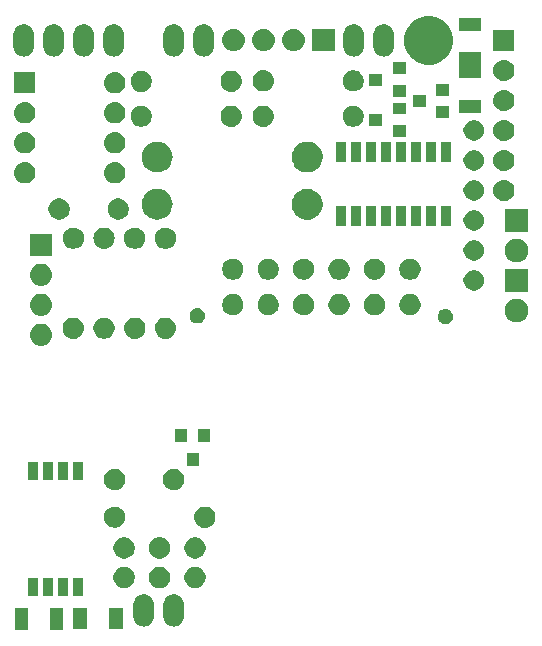
<source format=gts>
G04 #@! TF.GenerationSoftware,KiCad,Pcbnew,(5.1.0)-1*
G04 #@! TF.CreationDate,2019-05-05T09:38:05-04:00*
G04 #@! TF.ProjectId,NO2C,4e4f3243-2e6b-4696-9361-645f70636258,v0.1.1*
G04 #@! TF.SameCoordinates,Original*
G04 #@! TF.FileFunction,Soldermask,Top*
G04 #@! TF.FilePolarity,Negative*
%FSLAX46Y46*%
G04 Gerber Fmt 4.6, Leading zero omitted, Abs format (unit mm)*
G04 Created by KiCad (PCBNEW (5.1.0)-1) date 2019-05-05 09:38:05*
%MOMM*%
%LPD*%
G04 APERTURE LIST*
%ADD10C,0.100000*%
G04 APERTURE END LIST*
D10*
G36*
X150801600Y-116551600D02*
G01*
X149698400Y-116551600D01*
X149698400Y-114648400D01*
X150801600Y-114648400D01*
X150801600Y-116551600D01*
X150801600Y-116551600D01*
G37*
G36*
X147901600Y-116551600D02*
G01*
X146798400Y-116551600D01*
X146798400Y-114648400D01*
X147901600Y-114648400D01*
X147901600Y-116551600D01*
X147901600Y-116551600D01*
G37*
G36*
X152901600Y-116501600D02*
G01*
X151698400Y-116501600D01*
X151698400Y-114698400D01*
X152901600Y-114698400D01*
X152901600Y-116501600D01*
X152901600Y-116501600D01*
G37*
G36*
X155901600Y-116501600D02*
G01*
X154698400Y-116501600D01*
X154698400Y-114698400D01*
X155901600Y-114698400D01*
X155901600Y-116501600D01*
X155901600Y-116501600D01*
G37*
G36*
X157830390Y-113534495D02*
G01*
X157830393Y-113534496D01*
X157830394Y-113534496D01*
X157868563Y-113546075D01*
X157993182Y-113583877D01*
X158045793Y-113611998D01*
X158143211Y-113664069D01*
X158274712Y-113771988D01*
X158382631Y-113903488D01*
X158422727Y-113978502D01*
X158462823Y-114053517D01*
X158512205Y-114216309D01*
X158524700Y-114343174D01*
X158524700Y-115444026D01*
X158512205Y-115570891D01*
X158462823Y-115733683D01*
X158462822Y-115733684D01*
X158382631Y-115883712D01*
X158274712Y-116015212D01*
X158143212Y-116123131D01*
X158068198Y-116163227D01*
X157993183Y-116203323D01*
X157868564Y-116241125D01*
X157830395Y-116252704D01*
X157830394Y-116252704D01*
X157830391Y-116252705D01*
X157661100Y-116269379D01*
X157491810Y-116252705D01*
X157491807Y-116252704D01*
X157491806Y-116252704D01*
X157453637Y-116241125D01*
X157329018Y-116203323D01*
X157254003Y-116163227D01*
X157178989Y-116123131D01*
X157047489Y-116015212D01*
X156939570Y-115883712D01*
X156859379Y-115733684D01*
X156859378Y-115733683D01*
X156809996Y-115570891D01*
X156797501Y-115444025D01*
X156797500Y-114343175D01*
X156809995Y-114216310D01*
X156809997Y-114216305D01*
X156821575Y-114178137D01*
X156859377Y-114053518D01*
X156887498Y-114000907D01*
X156939569Y-113903489D01*
X157047488Y-113771988D01*
X157178988Y-113664069D01*
X157254002Y-113623973D01*
X157329017Y-113583877D01*
X157453636Y-113546075D01*
X157491805Y-113534496D01*
X157491806Y-113534496D01*
X157491809Y-113534495D01*
X157661100Y-113517821D01*
X157830390Y-113534495D01*
X157830390Y-113534495D01*
G37*
G36*
X160370390Y-113534495D02*
G01*
X160370393Y-113534496D01*
X160370394Y-113534496D01*
X160408563Y-113546075D01*
X160533182Y-113583877D01*
X160585793Y-113611998D01*
X160683211Y-113664069D01*
X160814712Y-113771988D01*
X160922631Y-113903488D01*
X160962727Y-113978502D01*
X161002823Y-114053517D01*
X161052205Y-114216309D01*
X161064700Y-114343174D01*
X161064700Y-115444026D01*
X161052205Y-115570891D01*
X161002823Y-115733683D01*
X161002822Y-115733684D01*
X160922631Y-115883712D01*
X160814712Y-116015212D01*
X160683212Y-116123131D01*
X160608198Y-116163227D01*
X160533183Y-116203323D01*
X160408564Y-116241125D01*
X160370395Y-116252704D01*
X160370394Y-116252704D01*
X160370391Y-116252705D01*
X160201100Y-116269379D01*
X160031810Y-116252705D01*
X160031807Y-116252704D01*
X160031806Y-116252704D01*
X159993637Y-116241125D01*
X159869018Y-116203323D01*
X159794003Y-116163227D01*
X159718989Y-116123131D01*
X159587489Y-116015212D01*
X159479570Y-115883712D01*
X159399379Y-115733684D01*
X159399378Y-115733683D01*
X159349996Y-115570891D01*
X159337501Y-115444025D01*
X159337500Y-114343175D01*
X159349995Y-114216310D01*
X159349997Y-114216305D01*
X159361575Y-114178137D01*
X159399377Y-114053518D01*
X159427498Y-114000907D01*
X159479569Y-113903489D01*
X159587488Y-113771988D01*
X159718988Y-113664069D01*
X159794002Y-113623973D01*
X159869017Y-113583877D01*
X159993636Y-113546075D01*
X160031805Y-113534496D01*
X160031806Y-113534496D01*
X160031809Y-113534495D01*
X160201100Y-113517821D01*
X160370390Y-113534495D01*
X160370390Y-113534495D01*
G37*
G36*
X148739500Y-113689600D02*
G01*
X147850500Y-113689600D01*
X147850500Y-112140200D01*
X148739500Y-112140200D01*
X148739500Y-113689600D01*
X148739500Y-113689600D01*
G37*
G36*
X152549500Y-113689600D02*
G01*
X151660500Y-113689600D01*
X151660500Y-112140200D01*
X152549500Y-112140200D01*
X152549500Y-113689600D01*
X152549500Y-113689600D01*
G37*
G36*
X151279500Y-113689600D02*
G01*
X150390500Y-113689600D01*
X150390500Y-112140200D01*
X151279500Y-112140200D01*
X151279500Y-113689600D01*
X151279500Y-113689600D01*
G37*
G36*
X150009500Y-113689600D02*
G01*
X149120500Y-113689600D01*
X149120500Y-112140200D01*
X150009500Y-112140200D01*
X150009500Y-113689600D01*
X150009500Y-113689600D01*
G37*
G36*
X156262987Y-111233048D02*
G01*
X156427065Y-111301011D01*
X156574740Y-111399685D01*
X156700315Y-111525260D01*
X156798989Y-111672935D01*
X156866952Y-111837013D01*
X156901600Y-112011200D01*
X156901600Y-112188800D01*
X156866952Y-112362987D01*
X156798989Y-112527065D01*
X156700315Y-112674740D01*
X156574740Y-112800315D01*
X156427065Y-112898989D01*
X156262987Y-112966952D01*
X156088800Y-113001600D01*
X155911200Y-113001600D01*
X155737013Y-112966952D01*
X155572935Y-112898989D01*
X155425260Y-112800315D01*
X155299685Y-112674740D01*
X155201011Y-112527065D01*
X155133048Y-112362987D01*
X155098400Y-112188800D01*
X155098400Y-112011200D01*
X155133048Y-111837013D01*
X155201011Y-111672935D01*
X155299685Y-111525260D01*
X155425260Y-111399685D01*
X155572935Y-111301011D01*
X155737013Y-111233048D01*
X155911200Y-111198400D01*
X156088800Y-111198400D01*
X156262987Y-111233048D01*
X156262987Y-111233048D01*
G37*
G36*
X162262987Y-111233048D02*
G01*
X162427065Y-111301011D01*
X162574740Y-111399685D01*
X162700315Y-111525260D01*
X162798989Y-111672935D01*
X162866952Y-111837013D01*
X162901600Y-112011200D01*
X162901600Y-112188800D01*
X162866952Y-112362987D01*
X162798989Y-112527065D01*
X162700315Y-112674740D01*
X162574740Y-112800315D01*
X162427065Y-112898989D01*
X162262987Y-112966952D01*
X162088800Y-113001600D01*
X161911200Y-113001600D01*
X161737013Y-112966952D01*
X161572935Y-112898989D01*
X161425260Y-112800315D01*
X161299685Y-112674740D01*
X161201011Y-112527065D01*
X161133048Y-112362987D01*
X161098400Y-112188800D01*
X161098400Y-112011200D01*
X161133048Y-111837013D01*
X161201011Y-111672935D01*
X161299685Y-111525260D01*
X161425260Y-111399685D01*
X161572935Y-111301011D01*
X161737013Y-111233048D01*
X161911200Y-111198400D01*
X162088800Y-111198400D01*
X162262987Y-111233048D01*
X162262987Y-111233048D01*
G37*
G36*
X159262987Y-111233048D02*
G01*
X159427065Y-111301011D01*
X159574740Y-111399685D01*
X159700315Y-111525260D01*
X159798989Y-111672935D01*
X159866952Y-111837013D01*
X159901600Y-112011200D01*
X159901600Y-112188800D01*
X159866952Y-112362987D01*
X159798989Y-112527065D01*
X159700315Y-112674740D01*
X159574740Y-112800315D01*
X159427065Y-112898989D01*
X159262987Y-112966952D01*
X159088800Y-113001600D01*
X158911200Y-113001600D01*
X158737013Y-112966952D01*
X158572935Y-112898989D01*
X158425260Y-112800315D01*
X158299685Y-112674740D01*
X158201011Y-112527065D01*
X158133048Y-112362987D01*
X158098400Y-112188800D01*
X158098400Y-112011200D01*
X158133048Y-111837013D01*
X158201011Y-111672935D01*
X158299685Y-111525260D01*
X158425260Y-111399685D01*
X158572935Y-111301011D01*
X158737013Y-111233048D01*
X158911200Y-111198400D01*
X159088800Y-111198400D01*
X159262987Y-111233048D01*
X159262987Y-111233048D01*
G37*
G36*
X156262987Y-108733048D02*
G01*
X156427065Y-108801011D01*
X156574740Y-108899685D01*
X156700315Y-109025260D01*
X156798989Y-109172935D01*
X156866952Y-109337013D01*
X156901600Y-109511200D01*
X156901600Y-109688800D01*
X156866952Y-109862987D01*
X156798989Y-110027065D01*
X156700315Y-110174740D01*
X156574740Y-110300315D01*
X156427065Y-110398989D01*
X156262987Y-110466952D01*
X156088800Y-110501600D01*
X155911200Y-110501600D01*
X155737013Y-110466952D01*
X155572935Y-110398989D01*
X155425260Y-110300315D01*
X155299685Y-110174740D01*
X155201011Y-110027065D01*
X155133048Y-109862987D01*
X155098400Y-109688800D01*
X155098400Y-109511200D01*
X155133048Y-109337013D01*
X155201011Y-109172935D01*
X155299685Y-109025260D01*
X155425260Y-108899685D01*
X155572935Y-108801011D01*
X155737013Y-108733048D01*
X155911200Y-108698400D01*
X156088800Y-108698400D01*
X156262987Y-108733048D01*
X156262987Y-108733048D01*
G37*
G36*
X159262987Y-108733048D02*
G01*
X159427065Y-108801011D01*
X159574740Y-108899685D01*
X159700315Y-109025260D01*
X159798989Y-109172935D01*
X159866952Y-109337013D01*
X159901600Y-109511200D01*
X159901600Y-109688800D01*
X159866952Y-109862987D01*
X159798989Y-110027065D01*
X159700315Y-110174740D01*
X159574740Y-110300315D01*
X159427065Y-110398989D01*
X159262987Y-110466952D01*
X159088800Y-110501600D01*
X158911200Y-110501600D01*
X158737013Y-110466952D01*
X158572935Y-110398989D01*
X158425260Y-110300315D01*
X158299685Y-110174740D01*
X158201011Y-110027065D01*
X158133048Y-109862987D01*
X158098400Y-109688800D01*
X158098400Y-109511200D01*
X158133048Y-109337013D01*
X158201011Y-109172935D01*
X158299685Y-109025260D01*
X158425260Y-108899685D01*
X158572935Y-108801011D01*
X158737013Y-108733048D01*
X158911200Y-108698400D01*
X159088800Y-108698400D01*
X159262987Y-108733048D01*
X159262987Y-108733048D01*
G37*
G36*
X162262987Y-108733048D02*
G01*
X162427065Y-108801011D01*
X162574740Y-108899685D01*
X162700315Y-109025260D01*
X162798989Y-109172935D01*
X162866952Y-109337013D01*
X162901600Y-109511200D01*
X162901600Y-109688800D01*
X162866952Y-109862987D01*
X162798989Y-110027065D01*
X162700315Y-110174740D01*
X162574740Y-110300315D01*
X162427065Y-110398989D01*
X162262987Y-110466952D01*
X162088800Y-110501600D01*
X161911200Y-110501600D01*
X161737013Y-110466952D01*
X161572935Y-110398989D01*
X161425260Y-110300315D01*
X161299685Y-110174740D01*
X161201011Y-110027065D01*
X161133048Y-109862987D01*
X161098400Y-109688800D01*
X161098400Y-109511200D01*
X161133048Y-109337013D01*
X161201011Y-109172935D01*
X161299685Y-109025260D01*
X161425260Y-108899685D01*
X161572935Y-108801011D01*
X161737013Y-108733048D01*
X161911200Y-108698400D01*
X162088800Y-108698400D01*
X162262987Y-108733048D01*
X162262987Y-108733048D01*
G37*
G36*
X155462987Y-106133048D02*
G01*
X155627065Y-106201011D01*
X155774740Y-106299685D01*
X155900315Y-106425260D01*
X155998989Y-106572935D01*
X156066952Y-106737013D01*
X156101600Y-106911200D01*
X156101600Y-107088800D01*
X156066952Y-107262987D01*
X155998989Y-107427065D01*
X155900315Y-107574740D01*
X155774740Y-107700315D01*
X155627065Y-107798989D01*
X155462987Y-107866952D01*
X155288800Y-107901600D01*
X155111200Y-107901600D01*
X154937013Y-107866952D01*
X154772935Y-107798989D01*
X154625260Y-107700315D01*
X154499685Y-107574740D01*
X154401011Y-107427065D01*
X154333048Y-107262987D01*
X154298400Y-107088800D01*
X154298400Y-106911200D01*
X154333048Y-106737013D01*
X154401011Y-106572935D01*
X154499685Y-106425260D01*
X154625260Y-106299685D01*
X154772935Y-106201011D01*
X154937013Y-106133048D01*
X155111200Y-106098400D01*
X155288800Y-106098400D01*
X155462987Y-106133048D01*
X155462987Y-106133048D01*
G37*
G36*
X162996741Y-106111445D02*
G01*
X162996744Y-106111446D01*
X163166697Y-106163000D01*
X163323326Y-106246720D01*
X163460612Y-106359388D01*
X163573280Y-106496674D01*
X163657000Y-106653303D01*
X163682393Y-106737013D01*
X163708555Y-106823259D01*
X163725963Y-107000000D01*
X163708555Y-107176741D01*
X163708554Y-107176744D01*
X163657000Y-107346697D01*
X163573280Y-107503326D01*
X163460612Y-107640612D01*
X163323326Y-107753280D01*
X163166697Y-107837000D01*
X163016180Y-107882658D01*
X162996741Y-107888555D01*
X162864293Y-107901600D01*
X162775707Y-107901600D01*
X162643259Y-107888555D01*
X162623820Y-107882658D01*
X162473303Y-107837000D01*
X162316674Y-107753280D01*
X162179388Y-107640612D01*
X162066720Y-107503326D01*
X161983000Y-107346697D01*
X161931446Y-107176744D01*
X161931445Y-107176741D01*
X161914037Y-107000000D01*
X161931445Y-106823259D01*
X161957607Y-106737013D01*
X161983000Y-106653303D01*
X162066720Y-106496674D01*
X162179388Y-106359388D01*
X162316674Y-106246720D01*
X162473303Y-106163000D01*
X162643256Y-106111446D01*
X162643259Y-106111445D01*
X162775707Y-106098400D01*
X162864293Y-106098400D01*
X162996741Y-106111445D01*
X162996741Y-106111445D01*
G37*
G36*
X160462987Y-102933048D02*
G01*
X160627065Y-103001011D01*
X160774740Y-103099685D01*
X160900315Y-103225260D01*
X160998989Y-103372935D01*
X161066952Y-103537013D01*
X161101600Y-103711200D01*
X161101600Y-103888800D01*
X161066952Y-104062987D01*
X160998989Y-104227065D01*
X160900315Y-104374740D01*
X160774740Y-104500315D01*
X160627065Y-104598989D01*
X160462987Y-104666952D01*
X160288800Y-104701600D01*
X160111200Y-104701600D01*
X159937013Y-104666952D01*
X159772935Y-104598989D01*
X159625260Y-104500315D01*
X159499685Y-104374740D01*
X159401011Y-104227065D01*
X159333048Y-104062987D01*
X159298400Y-103888800D01*
X159298400Y-103711200D01*
X159333048Y-103537013D01*
X159401011Y-103372935D01*
X159499685Y-103225260D01*
X159625260Y-103099685D01*
X159772935Y-103001011D01*
X159937013Y-102933048D01*
X160111200Y-102898400D01*
X160288800Y-102898400D01*
X160462987Y-102933048D01*
X160462987Y-102933048D01*
G37*
G36*
X155462987Y-102933048D02*
G01*
X155627065Y-103001011D01*
X155774740Y-103099685D01*
X155900315Y-103225260D01*
X155998989Y-103372935D01*
X156066952Y-103537013D01*
X156101600Y-103711200D01*
X156101600Y-103888800D01*
X156066952Y-104062987D01*
X155998989Y-104227065D01*
X155900315Y-104374740D01*
X155774740Y-104500315D01*
X155627065Y-104598989D01*
X155462987Y-104666952D01*
X155288800Y-104701600D01*
X155111200Y-104701600D01*
X154937013Y-104666952D01*
X154772935Y-104598989D01*
X154625260Y-104500315D01*
X154499685Y-104374740D01*
X154401011Y-104227065D01*
X154333048Y-104062987D01*
X154298400Y-103888800D01*
X154298400Y-103711200D01*
X154333048Y-103537013D01*
X154401011Y-103372935D01*
X154499685Y-103225260D01*
X154625260Y-103099685D01*
X154772935Y-103001011D01*
X154937013Y-102933048D01*
X155111200Y-102898400D01*
X155288800Y-102898400D01*
X155462987Y-102933048D01*
X155462987Y-102933048D01*
G37*
G36*
X152549500Y-103859800D02*
G01*
X151660500Y-103859800D01*
X151660500Y-102310400D01*
X152549500Y-102310400D01*
X152549500Y-103859800D01*
X152549500Y-103859800D01*
G37*
G36*
X151279500Y-103859800D02*
G01*
X150390500Y-103859800D01*
X150390500Y-102310400D01*
X151279500Y-102310400D01*
X151279500Y-103859800D01*
X151279500Y-103859800D01*
G37*
G36*
X150009500Y-103859800D02*
G01*
X149120500Y-103859800D01*
X149120500Y-102310400D01*
X150009500Y-102310400D01*
X150009500Y-103859800D01*
X150009500Y-103859800D01*
G37*
G36*
X148739500Y-103859800D02*
G01*
X147850500Y-103859800D01*
X147850500Y-102310400D01*
X148739500Y-102310400D01*
X148739500Y-103859800D01*
X148739500Y-103859800D01*
G37*
G36*
X162301600Y-102651600D02*
G01*
X161298400Y-102651600D01*
X161298400Y-101548400D01*
X162301600Y-101548400D01*
X162301600Y-102651600D01*
X162301600Y-102651600D01*
G37*
G36*
X161351600Y-100651600D02*
G01*
X160348400Y-100651600D01*
X160348400Y-99548400D01*
X161351600Y-99548400D01*
X161351600Y-100651600D01*
X161351600Y-100651600D01*
G37*
G36*
X163251600Y-100651600D02*
G01*
X162248400Y-100651600D01*
X162248400Y-99548400D01*
X163251600Y-99548400D01*
X163251600Y-100651600D01*
X163251600Y-100651600D01*
G37*
G36*
X149157543Y-90629168D02*
G01*
X149336923Y-90683582D01*
X149461461Y-90750149D01*
X149502238Y-90771945D01*
X149502239Y-90771946D01*
X149502243Y-90771948D01*
X149647139Y-90890861D01*
X149766052Y-91035757D01*
X149854418Y-91201077D01*
X149908832Y-91380457D01*
X149927205Y-91567000D01*
X149908832Y-91753543D01*
X149854418Y-91932923D01*
X149766052Y-92098243D01*
X149647139Y-92243139D01*
X149502243Y-92362052D01*
X149502239Y-92362054D01*
X149502238Y-92362055D01*
X149461461Y-92383851D01*
X149336923Y-92450418D01*
X149157543Y-92504832D01*
X149017752Y-92518600D01*
X148924248Y-92518600D01*
X148784457Y-92504832D01*
X148605077Y-92450418D01*
X148480539Y-92383851D01*
X148439762Y-92362055D01*
X148439761Y-92362054D01*
X148439757Y-92362052D01*
X148294861Y-92243139D01*
X148175948Y-92098243D01*
X148087582Y-91932923D01*
X148033168Y-91753543D01*
X148014795Y-91567000D01*
X148033168Y-91380457D01*
X148087582Y-91201077D01*
X148175948Y-91035757D01*
X148294861Y-90890861D01*
X148439757Y-90771948D01*
X148439761Y-90771946D01*
X148439762Y-90771945D01*
X148480539Y-90750149D01*
X148605077Y-90683582D01*
X148784457Y-90629168D01*
X148924248Y-90615400D01*
X149017752Y-90615400D01*
X149157543Y-90629168D01*
X149157543Y-90629168D01*
G37*
G36*
X151876741Y-90111445D02*
G01*
X151876744Y-90111446D01*
X152046697Y-90163000D01*
X152203326Y-90246720D01*
X152340612Y-90359388D01*
X152453280Y-90496674D01*
X152537000Y-90653303D01*
X152546185Y-90683583D01*
X152588555Y-90823259D01*
X152605963Y-91000000D01*
X152588555Y-91176741D01*
X152588554Y-91176744D01*
X152537000Y-91346697D01*
X152453280Y-91503326D01*
X152340612Y-91640612D01*
X152203326Y-91753280D01*
X152046697Y-91837000D01*
X151896180Y-91882658D01*
X151876741Y-91888555D01*
X151744293Y-91901600D01*
X151655707Y-91901600D01*
X151523259Y-91888555D01*
X151503820Y-91882658D01*
X151353303Y-91837000D01*
X151196674Y-91753280D01*
X151059388Y-91640612D01*
X150946720Y-91503326D01*
X150863000Y-91346697D01*
X150811446Y-91176744D01*
X150811445Y-91176741D01*
X150794037Y-91000000D01*
X150811445Y-90823259D01*
X150853815Y-90683583D01*
X150863000Y-90653303D01*
X150946720Y-90496674D01*
X151059388Y-90359388D01*
X151196674Y-90246720D01*
X151353303Y-90163000D01*
X151523256Y-90111446D01*
X151523259Y-90111445D01*
X151655707Y-90098400D01*
X151744293Y-90098400D01*
X151876741Y-90111445D01*
X151876741Y-90111445D01*
G37*
G36*
X159676741Y-90111445D02*
G01*
X159676744Y-90111446D01*
X159846697Y-90163000D01*
X160003326Y-90246720D01*
X160140612Y-90359388D01*
X160253280Y-90496674D01*
X160337000Y-90653303D01*
X160346185Y-90683583D01*
X160388555Y-90823259D01*
X160405963Y-91000000D01*
X160388555Y-91176741D01*
X160388554Y-91176744D01*
X160337000Y-91346697D01*
X160253280Y-91503326D01*
X160140612Y-91640612D01*
X160003326Y-91753280D01*
X159846697Y-91837000D01*
X159696180Y-91882658D01*
X159676741Y-91888555D01*
X159544293Y-91901600D01*
X159455707Y-91901600D01*
X159323259Y-91888555D01*
X159303820Y-91882658D01*
X159153303Y-91837000D01*
X158996674Y-91753280D01*
X158859388Y-91640612D01*
X158746720Y-91503326D01*
X158663000Y-91346697D01*
X158611446Y-91176744D01*
X158611445Y-91176741D01*
X158594037Y-91000000D01*
X158611445Y-90823259D01*
X158653815Y-90683583D01*
X158663000Y-90653303D01*
X158746720Y-90496674D01*
X158859388Y-90359388D01*
X158996674Y-90246720D01*
X159153303Y-90163000D01*
X159323256Y-90111446D01*
X159323259Y-90111445D01*
X159455707Y-90098400D01*
X159544293Y-90098400D01*
X159676741Y-90111445D01*
X159676741Y-90111445D01*
G37*
G36*
X157076741Y-90111445D02*
G01*
X157076744Y-90111446D01*
X157246697Y-90163000D01*
X157403326Y-90246720D01*
X157540612Y-90359388D01*
X157653280Y-90496674D01*
X157737000Y-90653303D01*
X157746185Y-90683583D01*
X157788555Y-90823259D01*
X157805963Y-91000000D01*
X157788555Y-91176741D01*
X157788554Y-91176744D01*
X157737000Y-91346697D01*
X157653280Y-91503326D01*
X157540612Y-91640612D01*
X157403326Y-91753280D01*
X157246697Y-91837000D01*
X157096180Y-91882658D01*
X157076741Y-91888555D01*
X156944293Y-91901600D01*
X156855707Y-91901600D01*
X156723259Y-91888555D01*
X156703820Y-91882658D01*
X156553303Y-91837000D01*
X156396674Y-91753280D01*
X156259388Y-91640612D01*
X156146720Y-91503326D01*
X156063000Y-91346697D01*
X156011446Y-91176744D01*
X156011445Y-91176741D01*
X155994037Y-91000000D01*
X156011445Y-90823259D01*
X156053815Y-90683583D01*
X156063000Y-90653303D01*
X156146720Y-90496674D01*
X156259388Y-90359388D01*
X156396674Y-90246720D01*
X156553303Y-90163000D01*
X156723256Y-90111446D01*
X156723259Y-90111445D01*
X156855707Y-90098400D01*
X156944293Y-90098400D01*
X157076741Y-90111445D01*
X157076741Y-90111445D01*
G37*
G36*
X154562987Y-90133048D02*
G01*
X154727065Y-90201011D01*
X154727068Y-90201013D01*
X154798359Y-90248648D01*
X154874740Y-90299685D01*
X155000315Y-90425260D01*
X155098989Y-90572935D01*
X155166952Y-90737013D01*
X155201600Y-90911200D01*
X155201600Y-91088800D01*
X155166952Y-91262987D01*
X155098989Y-91427065D01*
X155000315Y-91574740D01*
X154874740Y-91700315D01*
X154727065Y-91798989D01*
X154562987Y-91866952D01*
X154388800Y-91901600D01*
X154211200Y-91901600D01*
X154037013Y-91866952D01*
X153872935Y-91798989D01*
X153725260Y-91700315D01*
X153599685Y-91574740D01*
X153501011Y-91427065D01*
X153433048Y-91262987D01*
X153398400Y-91088800D01*
X153398400Y-90911200D01*
X153433048Y-90737013D01*
X153501011Y-90572935D01*
X153599685Y-90425260D01*
X153725260Y-90299685D01*
X153801642Y-90248648D01*
X153872932Y-90201013D01*
X153872935Y-90201011D01*
X154037013Y-90133048D01*
X154211200Y-90098400D01*
X154388800Y-90098400D01*
X154562987Y-90133048D01*
X154562987Y-90133048D01*
G37*
G36*
X183390065Y-89373440D02*
G01*
X183508649Y-89422559D01*
X183615373Y-89493870D01*
X183706130Y-89584627D01*
X183777441Y-89691351D01*
X183826560Y-89809935D01*
X183851600Y-89935823D01*
X183851600Y-90064177D01*
X183826560Y-90190065D01*
X183777441Y-90308649D01*
X183706130Y-90415373D01*
X183615373Y-90506130D01*
X183508649Y-90577441D01*
X183390065Y-90626560D01*
X183264177Y-90651600D01*
X183135823Y-90651600D01*
X183009935Y-90626560D01*
X182891351Y-90577441D01*
X182784627Y-90506130D01*
X182693870Y-90415373D01*
X182622559Y-90308649D01*
X182573440Y-90190065D01*
X182548400Y-90064177D01*
X182548400Y-89935823D01*
X182573440Y-89809935D01*
X182622559Y-89691351D01*
X182693870Y-89584627D01*
X182784627Y-89493870D01*
X182891351Y-89422559D01*
X183009935Y-89373440D01*
X183135823Y-89348400D01*
X183264177Y-89348400D01*
X183390065Y-89373440D01*
X183390065Y-89373440D01*
G37*
G36*
X162390065Y-89313440D02*
G01*
X162508649Y-89362559D01*
X162615373Y-89433870D01*
X162706130Y-89524627D01*
X162777441Y-89631351D01*
X162826560Y-89749935D01*
X162851600Y-89875823D01*
X162851600Y-90004177D01*
X162826560Y-90130065D01*
X162777441Y-90248649D01*
X162706130Y-90355373D01*
X162615373Y-90446130D01*
X162508649Y-90517441D01*
X162390065Y-90566560D01*
X162264177Y-90591600D01*
X162135823Y-90591600D01*
X162009935Y-90566560D01*
X161891351Y-90517441D01*
X161784627Y-90446130D01*
X161693870Y-90355373D01*
X161622559Y-90248649D01*
X161573440Y-90130065D01*
X161548400Y-90004177D01*
X161548400Y-89875823D01*
X161573440Y-89749935D01*
X161622559Y-89631351D01*
X161693870Y-89524627D01*
X161784627Y-89433870D01*
X161891351Y-89362559D01*
X162009935Y-89313440D01*
X162135823Y-89288400D01*
X162264177Y-89288400D01*
X162390065Y-89313440D01*
X162390065Y-89313440D01*
G37*
G36*
X189522156Y-88530491D02*
G01*
X189704436Y-88605993D01*
X189868484Y-88715607D01*
X190007993Y-88855116D01*
X190117607Y-89019164D01*
X190193109Y-89201444D01*
X190231600Y-89394951D01*
X190231600Y-89592249D01*
X190193109Y-89785756D01*
X190117607Y-89968036D01*
X190007993Y-90132084D01*
X189868484Y-90271593D01*
X189704436Y-90381207D01*
X189522156Y-90456709D01*
X189328649Y-90495200D01*
X189131351Y-90495200D01*
X188937844Y-90456709D01*
X188755564Y-90381207D01*
X188591516Y-90271593D01*
X188452007Y-90132084D01*
X188342393Y-89968036D01*
X188266891Y-89785756D01*
X188228400Y-89592249D01*
X188228400Y-89394951D01*
X188266891Y-89201444D01*
X188342393Y-89019164D01*
X188452007Y-88855116D01*
X188591516Y-88715607D01*
X188755564Y-88605993D01*
X188937844Y-88530491D01*
X189131351Y-88492000D01*
X189328649Y-88492000D01*
X189522156Y-88530491D01*
X189522156Y-88530491D01*
G37*
G36*
X149157543Y-88089168D02*
G01*
X149336923Y-88143582D01*
X149444364Y-88201011D01*
X149502238Y-88231945D01*
X149502239Y-88231946D01*
X149502243Y-88231948D01*
X149647139Y-88350861D01*
X149766052Y-88495757D01*
X149854418Y-88661077D01*
X149908832Y-88840457D01*
X149927205Y-89027000D01*
X149908832Y-89213543D01*
X149854418Y-89392923D01*
X149766052Y-89558243D01*
X149647139Y-89703139D01*
X149502243Y-89822052D01*
X149502239Y-89822054D01*
X149502238Y-89822055D01*
X149461461Y-89843851D01*
X149336923Y-89910418D01*
X149157543Y-89964832D01*
X149017752Y-89978600D01*
X148924248Y-89978600D01*
X148784457Y-89964832D01*
X148605077Y-89910418D01*
X148480539Y-89843851D01*
X148439762Y-89822055D01*
X148439761Y-89822054D01*
X148439757Y-89822052D01*
X148294861Y-89703139D01*
X148175948Y-89558243D01*
X148087582Y-89392923D01*
X148033168Y-89213543D01*
X148014795Y-89027000D01*
X148033168Y-88840457D01*
X148087582Y-88661077D01*
X148175948Y-88495757D01*
X148294861Y-88350861D01*
X148439757Y-88231948D01*
X148439761Y-88231946D01*
X148439762Y-88231945D01*
X148497636Y-88201011D01*
X148605077Y-88143582D01*
X148784457Y-88089168D01*
X148924248Y-88075400D01*
X149017752Y-88075400D01*
X149157543Y-88089168D01*
X149157543Y-88089168D01*
G37*
G36*
X165462987Y-88133048D02*
G01*
X165627065Y-88201011D01*
X165774740Y-88299685D01*
X165900315Y-88425260D01*
X165998989Y-88572935D01*
X166066952Y-88737013D01*
X166101600Y-88911200D01*
X166101600Y-89088800D01*
X166066952Y-89262987D01*
X165998989Y-89427065D01*
X165998987Y-89427068D01*
X165911342Y-89558238D01*
X165900315Y-89574740D01*
X165774740Y-89700315D01*
X165774737Y-89700317D01*
X165774736Y-89700318D01*
X165627068Y-89798987D01*
X165627065Y-89798989D01*
X165462987Y-89866952D01*
X165288800Y-89901600D01*
X165111200Y-89901600D01*
X164937013Y-89866952D01*
X164772935Y-89798989D01*
X164772932Y-89798987D01*
X164625264Y-89700318D01*
X164625263Y-89700317D01*
X164625260Y-89700315D01*
X164499685Y-89574740D01*
X164488659Y-89558238D01*
X164401013Y-89427068D01*
X164401011Y-89427065D01*
X164333048Y-89262987D01*
X164298400Y-89088800D01*
X164298400Y-88911200D01*
X164333048Y-88737013D01*
X164401011Y-88572935D01*
X164499685Y-88425260D01*
X164625260Y-88299685D01*
X164772935Y-88201011D01*
X164937013Y-88133048D01*
X165111200Y-88098400D01*
X165288800Y-88098400D01*
X165462987Y-88133048D01*
X165462987Y-88133048D01*
G37*
G36*
X168462987Y-88133048D02*
G01*
X168627065Y-88201011D01*
X168774740Y-88299685D01*
X168900315Y-88425260D01*
X168998989Y-88572935D01*
X169066952Y-88737013D01*
X169101600Y-88911200D01*
X169101600Y-89088800D01*
X169066952Y-89262987D01*
X168998989Y-89427065D01*
X168998987Y-89427068D01*
X168911342Y-89558238D01*
X168900315Y-89574740D01*
X168774740Y-89700315D01*
X168774737Y-89700317D01*
X168774736Y-89700318D01*
X168627068Y-89798987D01*
X168627065Y-89798989D01*
X168462987Y-89866952D01*
X168288800Y-89901600D01*
X168111200Y-89901600D01*
X167937013Y-89866952D01*
X167772935Y-89798989D01*
X167772932Y-89798987D01*
X167625264Y-89700318D01*
X167625263Y-89700317D01*
X167625260Y-89700315D01*
X167499685Y-89574740D01*
X167488659Y-89558238D01*
X167401013Y-89427068D01*
X167401011Y-89427065D01*
X167333048Y-89262987D01*
X167298400Y-89088800D01*
X167298400Y-88911200D01*
X167333048Y-88737013D01*
X167401011Y-88572935D01*
X167499685Y-88425260D01*
X167625260Y-88299685D01*
X167772935Y-88201011D01*
X167937013Y-88133048D01*
X168111200Y-88098400D01*
X168288800Y-88098400D01*
X168462987Y-88133048D01*
X168462987Y-88133048D01*
G37*
G36*
X171462987Y-88133048D02*
G01*
X171627065Y-88201011D01*
X171774740Y-88299685D01*
X171900315Y-88425260D01*
X171998989Y-88572935D01*
X172066952Y-88737013D01*
X172101600Y-88911200D01*
X172101600Y-89088800D01*
X172066952Y-89262987D01*
X171998989Y-89427065D01*
X171998987Y-89427068D01*
X171911342Y-89558238D01*
X171900315Y-89574740D01*
X171774740Y-89700315D01*
X171774737Y-89700317D01*
X171774736Y-89700318D01*
X171627068Y-89798987D01*
X171627065Y-89798989D01*
X171462987Y-89866952D01*
X171288800Y-89901600D01*
X171111200Y-89901600D01*
X170937013Y-89866952D01*
X170772935Y-89798989D01*
X170772932Y-89798987D01*
X170625264Y-89700318D01*
X170625263Y-89700317D01*
X170625260Y-89700315D01*
X170499685Y-89574740D01*
X170488659Y-89558238D01*
X170401013Y-89427068D01*
X170401011Y-89427065D01*
X170333048Y-89262987D01*
X170298400Y-89088800D01*
X170298400Y-88911200D01*
X170333048Y-88737013D01*
X170401011Y-88572935D01*
X170499685Y-88425260D01*
X170625260Y-88299685D01*
X170772935Y-88201011D01*
X170937013Y-88133048D01*
X171111200Y-88098400D01*
X171288800Y-88098400D01*
X171462987Y-88133048D01*
X171462987Y-88133048D01*
G37*
G36*
X174462987Y-88133048D02*
G01*
X174627065Y-88201011D01*
X174774740Y-88299685D01*
X174900315Y-88425260D01*
X174998989Y-88572935D01*
X175066952Y-88737013D01*
X175101600Y-88911200D01*
X175101600Y-89088800D01*
X175066952Y-89262987D01*
X174998989Y-89427065D01*
X174998987Y-89427068D01*
X174911342Y-89558238D01*
X174900315Y-89574740D01*
X174774740Y-89700315D01*
X174774737Y-89700317D01*
X174774736Y-89700318D01*
X174627068Y-89798987D01*
X174627065Y-89798989D01*
X174462987Y-89866952D01*
X174288800Y-89901600D01*
X174111200Y-89901600D01*
X173937013Y-89866952D01*
X173772935Y-89798989D01*
X173772932Y-89798987D01*
X173625264Y-89700318D01*
X173625263Y-89700317D01*
X173625260Y-89700315D01*
X173499685Y-89574740D01*
X173488659Y-89558238D01*
X173401013Y-89427068D01*
X173401011Y-89427065D01*
X173333048Y-89262987D01*
X173298400Y-89088800D01*
X173298400Y-88911200D01*
X173333048Y-88737013D01*
X173401011Y-88572935D01*
X173499685Y-88425260D01*
X173625260Y-88299685D01*
X173772935Y-88201011D01*
X173937013Y-88133048D01*
X174111200Y-88098400D01*
X174288800Y-88098400D01*
X174462987Y-88133048D01*
X174462987Y-88133048D01*
G37*
G36*
X177462987Y-88133048D02*
G01*
X177627065Y-88201011D01*
X177774740Y-88299685D01*
X177900315Y-88425260D01*
X177998989Y-88572935D01*
X178066952Y-88737013D01*
X178101600Y-88911200D01*
X178101600Y-89088800D01*
X178066952Y-89262987D01*
X177998989Y-89427065D01*
X177998987Y-89427068D01*
X177911342Y-89558238D01*
X177900315Y-89574740D01*
X177774740Y-89700315D01*
X177774737Y-89700317D01*
X177774736Y-89700318D01*
X177627068Y-89798987D01*
X177627065Y-89798989D01*
X177462987Y-89866952D01*
X177288800Y-89901600D01*
X177111200Y-89901600D01*
X176937013Y-89866952D01*
X176772935Y-89798989D01*
X176772932Y-89798987D01*
X176625264Y-89700318D01*
X176625263Y-89700317D01*
X176625260Y-89700315D01*
X176499685Y-89574740D01*
X176488659Y-89558238D01*
X176401013Y-89427068D01*
X176401011Y-89427065D01*
X176333048Y-89262987D01*
X176298400Y-89088800D01*
X176298400Y-88911200D01*
X176333048Y-88737013D01*
X176401011Y-88572935D01*
X176499685Y-88425260D01*
X176625260Y-88299685D01*
X176772935Y-88201011D01*
X176937013Y-88133048D01*
X177111200Y-88098400D01*
X177288800Y-88098400D01*
X177462987Y-88133048D01*
X177462987Y-88133048D01*
G37*
G36*
X180462987Y-88133048D02*
G01*
X180627065Y-88201011D01*
X180774740Y-88299685D01*
X180900315Y-88425260D01*
X180998989Y-88572935D01*
X181066952Y-88737013D01*
X181101600Y-88911200D01*
X181101600Y-89088800D01*
X181066952Y-89262987D01*
X180998989Y-89427065D01*
X180998987Y-89427068D01*
X180911342Y-89558238D01*
X180900315Y-89574740D01*
X180774740Y-89700315D01*
X180774737Y-89700317D01*
X180774736Y-89700318D01*
X180627068Y-89798987D01*
X180627065Y-89798989D01*
X180462987Y-89866952D01*
X180288800Y-89901600D01*
X180111200Y-89901600D01*
X179937013Y-89866952D01*
X179772935Y-89798989D01*
X179772932Y-89798987D01*
X179625264Y-89700318D01*
X179625263Y-89700317D01*
X179625260Y-89700315D01*
X179499685Y-89574740D01*
X179488659Y-89558238D01*
X179401013Y-89427068D01*
X179401011Y-89427065D01*
X179333048Y-89262987D01*
X179298400Y-89088800D01*
X179298400Y-88911200D01*
X179333048Y-88737013D01*
X179401011Y-88572935D01*
X179499685Y-88425260D01*
X179625260Y-88299685D01*
X179772935Y-88201011D01*
X179937013Y-88133048D01*
X180111200Y-88098400D01*
X180288800Y-88098400D01*
X180462987Y-88133048D01*
X180462987Y-88133048D01*
G37*
G36*
X190231600Y-87955200D02*
G01*
X188228400Y-87955200D01*
X188228400Y-85952000D01*
X190231600Y-85952000D01*
X190231600Y-87955200D01*
X190231600Y-87955200D01*
G37*
G36*
X185853003Y-86123187D02*
G01*
X186010168Y-86188287D01*
X186151613Y-86282798D01*
X186271902Y-86403087D01*
X186366413Y-86544532D01*
X186431513Y-86701697D01*
X186464700Y-86868543D01*
X186464700Y-87038657D01*
X186431513Y-87205503D01*
X186366413Y-87362668D01*
X186271902Y-87504113D01*
X186151613Y-87624402D01*
X186010168Y-87718913D01*
X185853003Y-87784013D01*
X185686157Y-87817200D01*
X185516043Y-87817200D01*
X185349197Y-87784013D01*
X185192032Y-87718913D01*
X185050587Y-87624402D01*
X184930298Y-87504113D01*
X184835787Y-87362668D01*
X184770687Y-87205503D01*
X184737500Y-87038657D01*
X184737500Y-86868543D01*
X184770687Y-86701697D01*
X184835787Y-86544532D01*
X184930298Y-86403087D01*
X185050587Y-86282798D01*
X185192032Y-86188287D01*
X185349197Y-86123187D01*
X185516043Y-86090000D01*
X185686157Y-86090000D01*
X185853003Y-86123187D01*
X185853003Y-86123187D01*
G37*
G36*
X149157543Y-85549168D02*
G01*
X149336923Y-85603582D01*
X149461461Y-85670149D01*
X149502238Y-85691945D01*
X149502239Y-85691946D01*
X149502243Y-85691948D01*
X149647139Y-85810861D01*
X149766052Y-85955757D01*
X149854418Y-86121077D01*
X149908832Y-86300457D01*
X149927205Y-86487000D01*
X149908832Y-86673543D01*
X149854418Y-86852923D01*
X149766052Y-87018243D01*
X149647139Y-87163139D01*
X149502243Y-87282052D01*
X149502239Y-87282054D01*
X149502238Y-87282055D01*
X149461461Y-87303851D01*
X149336923Y-87370418D01*
X149157543Y-87424832D01*
X149017752Y-87438600D01*
X148924248Y-87438600D01*
X148784457Y-87424832D01*
X148605077Y-87370418D01*
X148480539Y-87303851D01*
X148439762Y-87282055D01*
X148439761Y-87282054D01*
X148439757Y-87282052D01*
X148294861Y-87163139D01*
X148175948Y-87018243D01*
X148087582Y-86852923D01*
X148033168Y-86673543D01*
X148014795Y-86487000D01*
X148033168Y-86300457D01*
X148087582Y-86121077D01*
X148175948Y-85955757D01*
X148294861Y-85810861D01*
X148439757Y-85691948D01*
X148439761Y-85691946D01*
X148439762Y-85691945D01*
X148480539Y-85670149D01*
X148605077Y-85603582D01*
X148784457Y-85549168D01*
X148924248Y-85535400D01*
X149017752Y-85535400D01*
X149157543Y-85549168D01*
X149157543Y-85549168D01*
G37*
G36*
X177462987Y-85133048D02*
G01*
X177627065Y-85201011D01*
X177774740Y-85299685D01*
X177900315Y-85425260D01*
X177998989Y-85572935D01*
X178066952Y-85737013D01*
X178101600Y-85911200D01*
X178101600Y-86088800D01*
X178066952Y-86262987D01*
X177998989Y-86427065D01*
X177998987Y-86427068D01*
X177920500Y-86544532D01*
X177900315Y-86574740D01*
X177774740Y-86700315D01*
X177627065Y-86798989D01*
X177496856Y-86852923D01*
X177462987Y-86866952D01*
X177288800Y-86901600D01*
X177111200Y-86901600D01*
X176937013Y-86866952D01*
X176903144Y-86852923D01*
X176772935Y-86798989D01*
X176625260Y-86700315D01*
X176499685Y-86574740D01*
X176479501Y-86544532D01*
X176401013Y-86427068D01*
X176401011Y-86427065D01*
X176333048Y-86262987D01*
X176298400Y-86088800D01*
X176298400Y-85911200D01*
X176333048Y-85737013D01*
X176401011Y-85572935D01*
X176499685Y-85425260D01*
X176625260Y-85299685D01*
X176772935Y-85201011D01*
X176937013Y-85133048D01*
X177111200Y-85098400D01*
X177288800Y-85098400D01*
X177462987Y-85133048D01*
X177462987Y-85133048D01*
G37*
G36*
X171462987Y-85133048D02*
G01*
X171627065Y-85201011D01*
X171774740Y-85299685D01*
X171900315Y-85425260D01*
X171998989Y-85572935D01*
X172066952Y-85737013D01*
X172101600Y-85911200D01*
X172101600Y-86088800D01*
X172066952Y-86262987D01*
X171998989Y-86427065D01*
X171998987Y-86427068D01*
X171920500Y-86544532D01*
X171900315Y-86574740D01*
X171774740Y-86700315D01*
X171627065Y-86798989D01*
X171496856Y-86852923D01*
X171462987Y-86866952D01*
X171288800Y-86901600D01*
X171111200Y-86901600D01*
X170937013Y-86866952D01*
X170903144Y-86852923D01*
X170772935Y-86798989D01*
X170625260Y-86700315D01*
X170499685Y-86574740D01*
X170479501Y-86544532D01*
X170401013Y-86427068D01*
X170401011Y-86427065D01*
X170333048Y-86262987D01*
X170298400Y-86088800D01*
X170298400Y-85911200D01*
X170333048Y-85737013D01*
X170401011Y-85572935D01*
X170499685Y-85425260D01*
X170625260Y-85299685D01*
X170772935Y-85201011D01*
X170937013Y-85133048D01*
X171111200Y-85098400D01*
X171288800Y-85098400D01*
X171462987Y-85133048D01*
X171462987Y-85133048D01*
G37*
G36*
X174462987Y-85133048D02*
G01*
X174627065Y-85201011D01*
X174774740Y-85299685D01*
X174900315Y-85425260D01*
X174998989Y-85572935D01*
X175066952Y-85737013D01*
X175101600Y-85911200D01*
X175101600Y-86088800D01*
X175066952Y-86262987D01*
X174998989Y-86427065D01*
X174998987Y-86427068D01*
X174920500Y-86544532D01*
X174900315Y-86574740D01*
X174774740Y-86700315D01*
X174627065Y-86798989D01*
X174496856Y-86852923D01*
X174462987Y-86866952D01*
X174288800Y-86901600D01*
X174111200Y-86901600D01*
X173937013Y-86866952D01*
X173903144Y-86852923D01*
X173772935Y-86798989D01*
X173625260Y-86700315D01*
X173499685Y-86574740D01*
X173479501Y-86544532D01*
X173401013Y-86427068D01*
X173401011Y-86427065D01*
X173333048Y-86262987D01*
X173298400Y-86088800D01*
X173298400Y-85911200D01*
X173333048Y-85737013D01*
X173401011Y-85572935D01*
X173499685Y-85425260D01*
X173625260Y-85299685D01*
X173772935Y-85201011D01*
X173937013Y-85133048D01*
X174111200Y-85098400D01*
X174288800Y-85098400D01*
X174462987Y-85133048D01*
X174462987Y-85133048D01*
G37*
G36*
X180462987Y-85133048D02*
G01*
X180627065Y-85201011D01*
X180774740Y-85299685D01*
X180900315Y-85425260D01*
X180998989Y-85572935D01*
X181066952Y-85737013D01*
X181101600Y-85911200D01*
X181101600Y-86088800D01*
X181066952Y-86262987D01*
X180998989Y-86427065D01*
X180998987Y-86427068D01*
X180920500Y-86544532D01*
X180900315Y-86574740D01*
X180774740Y-86700315D01*
X180627065Y-86798989D01*
X180496856Y-86852923D01*
X180462987Y-86866952D01*
X180288800Y-86901600D01*
X180111200Y-86901600D01*
X179937013Y-86866952D01*
X179903144Y-86852923D01*
X179772935Y-86798989D01*
X179625260Y-86700315D01*
X179499685Y-86574740D01*
X179479501Y-86544532D01*
X179401013Y-86427068D01*
X179401011Y-86427065D01*
X179333048Y-86262987D01*
X179298400Y-86088800D01*
X179298400Y-85911200D01*
X179333048Y-85737013D01*
X179401011Y-85572935D01*
X179499685Y-85425260D01*
X179625260Y-85299685D01*
X179772935Y-85201011D01*
X179937013Y-85133048D01*
X180111200Y-85098400D01*
X180288800Y-85098400D01*
X180462987Y-85133048D01*
X180462987Y-85133048D01*
G37*
G36*
X168462987Y-85133048D02*
G01*
X168627065Y-85201011D01*
X168774740Y-85299685D01*
X168900315Y-85425260D01*
X168998989Y-85572935D01*
X169066952Y-85737013D01*
X169101600Y-85911200D01*
X169101600Y-86088800D01*
X169066952Y-86262987D01*
X168998989Y-86427065D01*
X168998987Y-86427068D01*
X168920500Y-86544532D01*
X168900315Y-86574740D01*
X168774740Y-86700315D01*
X168627065Y-86798989D01*
X168462987Y-86866952D01*
X168288800Y-86901600D01*
X168111200Y-86901600D01*
X167937013Y-86866952D01*
X167772935Y-86798989D01*
X167625260Y-86700315D01*
X167499685Y-86574740D01*
X167479501Y-86544532D01*
X167401013Y-86427068D01*
X167401011Y-86427065D01*
X167333048Y-86262987D01*
X167298400Y-86088800D01*
X167298400Y-85911200D01*
X167333048Y-85737013D01*
X167401011Y-85572935D01*
X167499685Y-85425260D01*
X167625260Y-85299685D01*
X167772935Y-85201011D01*
X167937013Y-85133048D01*
X168111200Y-85098400D01*
X168288800Y-85098400D01*
X168462987Y-85133048D01*
X168462987Y-85133048D01*
G37*
G36*
X165462987Y-85133048D02*
G01*
X165627065Y-85201011D01*
X165774740Y-85299685D01*
X165900315Y-85425260D01*
X165998989Y-85572935D01*
X166066952Y-85737013D01*
X166101600Y-85911200D01*
X166101600Y-86088800D01*
X166066952Y-86262987D01*
X165998989Y-86427065D01*
X165998987Y-86427068D01*
X165920500Y-86544532D01*
X165900315Y-86574740D01*
X165774740Y-86700315D01*
X165627065Y-86798989D01*
X165462987Y-86866952D01*
X165288800Y-86901600D01*
X165111200Y-86901600D01*
X164937013Y-86866952D01*
X164772935Y-86798989D01*
X164625260Y-86700315D01*
X164499685Y-86574740D01*
X164479501Y-86544532D01*
X164401013Y-86427068D01*
X164401011Y-86427065D01*
X164333048Y-86262987D01*
X164298400Y-86088800D01*
X164298400Y-85911200D01*
X164333048Y-85737013D01*
X164401011Y-85572935D01*
X164499685Y-85425260D01*
X164625260Y-85299685D01*
X164772935Y-85201011D01*
X164937013Y-85133048D01*
X165111200Y-85098400D01*
X165288800Y-85098400D01*
X165462987Y-85133048D01*
X165462987Y-85133048D01*
G37*
G36*
X189522156Y-83450491D02*
G01*
X189704436Y-83525993D01*
X189868484Y-83635607D01*
X190007993Y-83775116D01*
X190117607Y-83939164D01*
X190193109Y-84121444D01*
X190231600Y-84314951D01*
X190231600Y-84512249D01*
X190193109Y-84705756D01*
X190117607Y-84888036D01*
X190007993Y-85052084D01*
X189868484Y-85191593D01*
X189704436Y-85301207D01*
X189522156Y-85376709D01*
X189328649Y-85415200D01*
X189131351Y-85415200D01*
X188937844Y-85376709D01*
X188755564Y-85301207D01*
X188591516Y-85191593D01*
X188452007Y-85052084D01*
X188342393Y-84888036D01*
X188266891Y-84705756D01*
X188228400Y-84512249D01*
X188228400Y-84314951D01*
X188266891Y-84121444D01*
X188342393Y-83939164D01*
X188452007Y-83775116D01*
X188591516Y-83635607D01*
X188755564Y-83525993D01*
X188937844Y-83450491D01*
X189131351Y-83412000D01*
X189328649Y-83412000D01*
X189522156Y-83450491D01*
X189522156Y-83450491D01*
G37*
G36*
X185853003Y-83583187D02*
G01*
X186010168Y-83648287D01*
X186151613Y-83742798D01*
X186271902Y-83863087D01*
X186366413Y-84004532D01*
X186431513Y-84161697D01*
X186464700Y-84328543D01*
X186464700Y-84498657D01*
X186431513Y-84665503D01*
X186366413Y-84822668D01*
X186271902Y-84964113D01*
X186151613Y-85084402D01*
X186010168Y-85178913D01*
X185853003Y-85244013D01*
X185686157Y-85277200D01*
X185516043Y-85277200D01*
X185349197Y-85244013D01*
X185192032Y-85178913D01*
X185050587Y-85084402D01*
X184930298Y-84964113D01*
X184835787Y-84822668D01*
X184770687Y-84665503D01*
X184737500Y-84498657D01*
X184737500Y-84328543D01*
X184770687Y-84161697D01*
X184835787Y-84004532D01*
X184930298Y-83863087D01*
X185050587Y-83742798D01*
X185192032Y-83648287D01*
X185349197Y-83583187D01*
X185516043Y-83550000D01*
X185686157Y-83550000D01*
X185853003Y-83583187D01*
X185853003Y-83583187D01*
G37*
G36*
X149922600Y-84898600D02*
G01*
X148019400Y-84898600D01*
X148019400Y-82995400D01*
X149922600Y-82995400D01*
X149922600Y-84898600D01*
X149922600Y-84898600D01*
G37*
G36*
X151962987Y-82513048D02*
G01*
X152127065Y-82581011D01*
X152274740Y-82679685D01*
X152400315Y-82805260D01*
X152498989Y-82952935D01*
X152566952Y-83117013D01*
X152601600Y-83291200D01*
X152601600Y-83468800D01*
X152566952Y-83642987D01*
X152498989Y-83807065D01*
X152400315Y-83954740D01*
X152274740Y-84080315D01*
X152127065Y-84178989D01*
X151962987Y-84246952D01*
X151788800Y-84281600D01*
X151611200Y-84281600D01*
X151437013Y-84246952D01*
X151272935Y-84178989D01*
X151125260Y-84080315D01*
X150999685Y-83954740D01*
X150901011Y-83807065D01*
X150833048Y-83642987D01*
X150798400Y-83468800D01*
X150798400Y-83291200D01*
X150833048Y-83117013D01*
X150901011Y-82952935D01*
X150999685Y-82805260D01*
X151125260Y-82679685D01*
X151272935Y-82581011D01*
X151437013Y-82513048D01*
X151611200Y-82478400D01*
X151788800Y-82478400D01*
X151962987Y-82513048D01*
X151962987Y-82513048D01*
G37*
G36*
X154476741Y-82491445D02*
G01*
X154476744Y-82491446D01*
X154646697Y-82543000D01*
X154803326Y-82626720D01*
X154940612Y-82739388D01*
X155053280Y-82876674D01*
X155137000Y-83033303D01*
X155162393Y-83117013D01*
X155188555Y-83203259D01*
X155205963Y-83380000D01*
X155188555Y-83556741D01*
X155188554Y-83556744D01*
X155137000Y-83726697D01*
X155053280Y-83883326D01*
X154940612Y-84020612D01*
X154803326Y-84133280D01*
X154646697Y-84217000D01*
X154496180Y-84262658D01*
X154476741Y-84268555D01*
X154344293Y-84281600D01*
X154255707Y-84281600D01*
X154123259Y-84268555D01*
X154103820Y-84262658D01*
X153953303Y-84217000D01*
X153796674Y-84133280D01*
X153659388Y-84020612D01*
X153546720Y-83883326D01*
X153463000Y-83726697D01*
X153411446Y-83556744D01*
X153411445Y-83556741D01*
X153394037Y-83380000D01*
X153411445Y-83203259D01*
X153437607Y-83117013D01*
X153463000Y-83033303D01*
X153546720Y-82876674D01*
X153659388Y-82739388D01*
X153796674Y-82626720D01*
X153953303Y-82543000D01*
X154123256Y-82491446D01*
X154123259Y-82491445D01*
X154255707Y-82478400D01*
X154344293Y-82478400D01*
X154476741Y-82491445D01*
X154476741Y-82491445D01*
G37*
G36*
X157162987Y-82513048D02*
G01*
X157327065Y-82581011D01*
X157474740Y-82679685D01*
X157600315Y-82805260D01*
X157698989Y-82952935D01*
X157766952Y-83117013D01*
X157801600Y-83291200D01*
X157801600Y-83468800D01*
X157766952Y-83642987D01*
X157698989Y-83807065D01*
X157600315Y-83954740D01*
X157474740Y-84080315D01*
X157327065Y-84178989D01*
X157162987Y-84246952D01*
X156988800Y-84281600D01*
X156811200Y-84281600D01*
X156637013Y-84246952D01*
X156472935Y-84178989D01*
X156325260Y-84080315D01*
X156199685Y-83954740D01*
X156101011Y-83807065D01*
X156033048Y-83642987D01*
X155998400Y-83468800D01*
X155998400Y-83291200D01*
X156033048Y-83117013D01*
X156101011Y-82952935D01*
X156199685Y-82805260D01*
X156325260Y-82679685D01*
X156472935Y-82581011D01*
X156637013Y-82513048D01*
X156811200Y-82478400D01*
X156988800Y-82478400D01*
X157162987Y-82513048D01*
X157162987Y-82513048D01*
G37*
G36*
X159762987Y-82513048D02*
G01*
X159927065Y-82581011D01*
X160074740Y-82679685D01*
X160200315Y-82805260D01*
X160298989Y-82952935D01*
X160366952Y-83117013D01*
X160401600Y-83291200D01*
X160401600Y-83468800D01*
X160366952Y-83642987D01*
X160298989Y-83807065D01*
X160200315Y-83954740D01*
X160074740Y-84080315D01*
X159927065Y-84178989D01*
X159762987Y-84246952D01*
X159588800Y-84281600D01*
X159411200Y-84281600D01*
X159237013Y-84246952D01*
X159072935Y-84178989D01*
X158925260Y-84080315D01*
X158799685Y-83954740D01*
X158701011Y-83807065D01*
X158633048Y-83642987D01*
X158598400Y-83468800D01*
X158598400Y-83291200D01*
X158633048Y-83117013D01*
X158701011Y-82952935D01*
X158799685Y-82805260D01*
X158925260Y-82679685D01*
X159072935Y-82581011D01*
X159237013Y-82513048D01*
X159411200Y-82478400D01*
X159588800Y-82478400D01*
X159762987Y-82513048D01*
X159762987Y-82513048D01*
G37*
G36*
X190231600Y-82875200D02*
G01*
X188228400Y-82875200D01*
X188228400Y-80872000D01*
X190231600Y-80872000D01*
X190231600Y-82875200D01*
X190231600Y-82875200D01*
G37*
G36*
X185853003Y-81043187D02*
G01*
X186010168Y-81108287D01*
X186151613Y-81202798D01*
X186271902Y-81323087D01*
X186366413Y-81464532D01*
X186431513Y-81621697D01*
X186464700Y-81788543D01*
X186464700Y-81958657D01*
X186431513Y-82125503D01*
X186366413Y-82282668D01*
X186271902Y-82424113D01*
X186151613Y-82544402D01*
X186010168Y-82638913D01*
X185853003Y-82704013D01*
X185686157Y-82737200D01*
X185516043Y-82737200D01*
X185349197Y-82704013D01*
X185192032Y-82638913D01*
X185050587Y-82544402D01*
X184930298Y-82424113D01*
X184835787Y-82282668D01*
X184770687Y-82125503D01*
X184737500Y-81958657D01*
X184737500Y-81788543D01*
X184770687Y-81621697D01*
X184835787Y-81464532D01*
X184930298Y-81323087D01*
X185050587Y-81202798D01*
X185192032Y-81108287D01*
X185349197Y-81043187D01*
X185516043Y-81010000D01*
X185686157Y-81010000D01*
X185853003Y-81043187D01*
X185853003Y-81043187D01*
G37*
G36*
X174781600Y-82351600D02*
G01*
X173978400Y-82351600D01*
X173978400Y-80648400D01*
X174781600Y-80648400D01*
X174781600Y-82351600D01*
X174781600Y-82351600D01*
G37*
G36*
X176051600Y-82351600D02*
G01*
X175248400Y-82351600D01*
X175248400Y-80648400D01*
X176051600Y-80648400D01*
X176051600Y-82351600D01*
X176051600Y-82351600D01*
G37*
G36*
X178591600Y-82351600D02*
G01*
X177788400Y-82351600D01*
X177788400Y-80648400D01*
X178591600Y-80648400D01*
X178591600Y-82351600D01*
X178591600Y-82351600D01*
G37*
G36*
X179861600Y-82351600D02*
G01*
X179058400Y-82351600D01*
X179058400Y-80648400D01*
X179861600Y-80648400D01*
X179861600Y-82351600D01*
X179861600Y-82351600D01*
G37*
G36*
X183671600Y-82351600D02*
G01*
X182868400Y-82351600D01*
X182868400Y-80648400D01*
X183671600Y-80648400D01*
X183671600Y-82351600D01*
X183671600Y-82351600D01*
G37*
G36*
X181131600Y-82351600D02*
G01*
X180328400Y-82351600D01*
X180328400Y-80648400D01*
X181131600Y-80648400D01*
X181131600Y-82351600D01*
X181131600Y-82351600D01*
G37*
G36*
X177321600Y-82351600D02*
G01*
X176518400Y-82351600D01*
X176518400Y-80648400D01*
X177321600Y-80648400D01*
X177321600Y-82351600D01*
X177321600Y-82351600D01*
G37*
G36*
X182401600Y-82351600D02*
G01*
X181598400Y-82351600D01*
X181598400Y-80648400D01*
X182401600Y-80648400D01*
X182401600Y-82351600D01*
X182401600Y-82351600D01*
G37*
G36*
X171879663Y-79248420D02*
G01*
X172116539Y-79346536D01*
X172329723Y-79488982D01*
X172511018Y-79670277D01*
X172653464Y-79883461D01*
X172751580Y-80120337D01*
X172801600Y-80371803D01*
X172801600Y-80628197D01*
X172751580Y-80879663D01*
X172653464Y-81116539D01*
X172511018Y-81329723D01*
X172329723Y-81511018D01*
X172116539Y-81653464D01*
X171879663Y-81751580D01*
X171628197Y-81801600D01*
X171371803Y-81801600D01*
X171120337Y-81751580D01*
X170883461Y-81653464D01*
X170670277Y-81511018D01*
X170488982Y-81329723D01*
X170346536Y-81116539D01*
X170248420Y-80879663D01*
X170198400Y-80628197D01*
X170198400Y-80371803D01*
X170248420Y-80120337D01*
X170346536Y-79883461D01*
X170488982Y-79670277D01*
X170670277Y-79488982D01*
X170883461Y-79346536D01*
X171120337Y-79248420D01*
X171371803Y-79198400D01*
X171628197Y-79198400D01*
X171879663Y-79248420D01*
X171879663Y-79248420D01*
G37*
G36*
X155762987Y-80033048D02*
G01*
X155927065Y-80101011D01*
X155927068Y-80101013D01*
X156021354Y-80164013D01*
X156074740Y-80199685D01*
X156200315Y-80325260D01*
X156298989Y-80472935D01*
X156366952Y-80637013D01*
X156401600Y-80811200D01*
X156401600Y-80988800D01*
X156366952Y-81162987D01*
X156298989Y-81327065D01*
X156200315Y-81474740D01*
X156074740Y-81600315D01*
X156074737Y-81600317D01*
X156074736Y-81600318D01*
X155927068Y-81698987D01*
X155927065Y-81698989D01*
X155800098Y-81751580D01*
X155762987Y-81766952D01*
X155588800Y-81801600D01*
X155411200Y-81801600D01*
X155237013Y-81766952D01*
X155199902Y-81751580D01*
X155072935Y-81698989D01*
X155072932Y-81698987D01*
X154925264Y-81600318D01*
X154925263Y-81600317D01*
X154925260Y-81600315D01*
X154799685Y-81474740D01*
X154701011Y-81327065D01*
X154633048Y-81162987D01*
X154598400Y-80988800D01*
X154598400Y-80811200D01*
X154633048Y-80637013D01*
X154701011Y-80472935D01*
X154799685Y-80325260D01*
X154925260Y-80199685D01*
X154978647Y-80164013D01*
X155072932Y-80101013D01*
X155072935Y-80101011D01*
X155237013Y-80033048D01*
X155411200Y-79998400D01*
X155588800Y-79998400D01*
X155762987Y-80033048D01*
X155762987Y-80033048D01*
G37*
G36*
X150762987Y-80033048D02*
G01*
X150927065Y-80101011D01*
X150927068Y-80101013D01*
X151021354Y-80164013D01*
X151074740Y-80199685D01*
X151200315Y-80325260D01*
X151298989Y-80472935D01*
X151366952Y-80637013D01*
X151401600Y-80811200D01*
X151401600Y-80988800D01*
X151366952Y-81162987D01*
X151298989Y-81327065D01*
X151200315Y-81474740D01*
X151074740Y-81600315D01*
X151074737Y-81600317D01*
X151074736Y-81600318D01*
X150927068Y-81698987D01*
X150927065Y-81698989D01*
X150800098Y-81751580D01*
X150762987Y-81766952D01*
X150588800Y-81801600D01*
X150411200Y-81801600D01*
X150237013Y-81766952D01*
X150199902Y-81751580D01*
X150072935Y-81698989D01*
X150072932Y-81698987D01*
X149925264Y-81600318D01*
X149925263Y-81600317D01*
X149925260Y-81600315D01*
X149799685Y-81474740D01*
X149701011Y-81327065D01*
X149633048Y-81162987D01*
X149598400Y-80988800D01*
X149598400Y-80811200D01*
X149633048Y-80637013D01*
X149701011Y-80472935D01*
X149799685Y-80325260D01*
X149925260Y-80199685D01*
X149978647Y-80164013D01*
X150072932Y-80101013D01*
X150072935Y-80101011D01*
X150237013Y-80033048D01*
X150411200Y-79998400D01*
X150588800Y-79998400D01*
X150762987Y-80033048D01*
X150762987Y-80033048D01*
G37*
G36*
X159055154Y-79217233D02*
G01*
X159055157Y-79217234D01*
X159055158Y-79217234D01*
X159112685Y-79234685D01*
X159300510Y-79291660D01*
X159378974Y-79333600D01*
X159526629Y-79412523D01*
X159724823Y-79575177D01*
X159887477Y-79773371D01*
X159946321Y-79883461D01*
X160008340Y-79999490D01*
X160082767Y-80244846D01*
X160107898Y-80500000D01*
X160082767Y-80755154D01*
X160008340Y-81000510D01*
X159985528Y-81043188D01*
X159887477Y-81226629D01*
X159724823Y-81424823D01*
X159526629Y-81587477D01*
X159413570Y-81647908D01*
X159300510Y-81708340D01*
X159112685Y-81765315D01*
X159055158Y-81782766D01*
X159055157Y-81782766D01*
X159055154Y-81782767D01*
X158863939Y-81801600D01*
X158736061Y-81801600D01*
X158544846Y-81782767D01*
X158544843Y-81782766D01*
X158544842Y-81782766D01*
X158487315Y-81765315D01*
X158299490Y-81708340D01*
X158186430Y-81647908D01*
X158073371Y-81587477D01*
X157875177Y-81424823D01*
X157712523Y-81226629D01*
X157614472Y-81043188D01*
X157591660Y-81000510D01*
X157517233Y-80755154D01*
X157492102Y-80500000D01*
X157517233Y-80244846D01*
X157591660Y-79999490D01*
X157653679Y-79883461D01*
X157712523Y-79773371D01*
X157875177Y-79575177D01*
X158073371Y-79412523D01*
X158221026Y-79333600D01*
X158299490Y-79291660D01*
X158487315Y-79234685D01*
X158544842Y-79217234D01*
X158544843Y-79217234D01*
X158544846Y-79217233D01*
X158736061Y-79198400D01*
X158863939Y-79198400D01*
X159055154Y-79217233D01*
X159055154Y-79217233D01*
G37*
G36*
X188317841Y-78445045D02*
G01*
X188317844Y-78445046D01*
X188487797Y-78496600D01*
X188644426Y-78580320D01*
X188781712Y-78692988D01*
X188894380Y-78830274D01*
X188978100Y-78986903D01*
X189006855Y-79081697D01*
X189029655Y-79156859D01*
X189047063Y-79333600D01*
X189029655Y-79510341D01*
X189029654Y-79510344D01*
X188978100Y-79680297D01*
X188894380Y-79836926D01*
X188781712Y-79974212D01*
X188644426Y-80086880D01*
X188487797Y-80170600D01*
X188391915Y-80199685D01*
X188317841Y-80222155D01*
X188185393Y-80235200D01*
X188096807Y-80235200D01*
X187964359Y-80222155D01*
X187890285Y-80199685D01*
X187794403Y-80170600D01*
X187637774Y-80086880D01*
X187500488Y-79974212D01*
X187387820Y-79836926D01*
X187304100Y-79680297D01*
X187252546Y-79510344D01*
X187252545Y-79510341D01*
X187235137Y-79333600D01*
X187252545Y-79156859D01*
X187275345Y-79081697D01*
X187304100Y-78986903D01*
X187387820Y-78830274D01*
X187500488Y-78692988D01*
X187637774Y-78580320D01*
X187794403Y-78496600D01*
X187964356Y-78445046D01*
X187964359Y-78445045D01*
X188096807Y-78432000D01*
X188185393Y-78432000D01*
X188317841Y-78445045D01*
X188317841Y-78445045D01*
G37*
G36*
X185853003Y-78503187D02*
G01*
X186010168Y-78568287D01*
X186151613Y-78662798D01*
X186271902Y-78783087D01*
X186366413Y-78924532D01*
X186431513Y-79081697D01*
X186464700Y-79248543D01*
X186464700Y-79418657D01*
X186431513Y-79585503D01*
X186366413Y-79742668D01*
X186271902Y-79884113D01*
X186151613Y-80004402D01*
X186010168Y-80098913D01*
X185853003Y-80164013D01*
X185686157Y-80197200D01*
X185516043Y-80197200D01*
X185349197Y-80164013D01*
X185192032Y-80098913D01*
X185050587Y-80004402D01*
X184930298Y-79884113D01*
X184835787Y-79742668D01*
X184770687Y-79585503D01*
X184737500Y-79418657D01*
X184737500Y-79248543D01*
X184770687Y-79081697D01*
X184835787Y-78924532D01*
X184930298Y-78783087D01*
X185050587Y-78662798D01*
X185192032Y-78568287D01*
X185349197Y-78503187D01*
X185516043Y-78470000D01*
X185686157Y-78470000D01*
X185853003Y-78503187D01*
X185853003Y-78503187D01*
G37*
G36*
X155376741Y-76941445D02*
G01*
X155376744Y-76941446D01*
X155546697Y-76993000D01*
X155703326Y-77076720D01*
X155840612Y-77189388D01*
X155953280Y-77326674D01*
X156037000Y-77483303D01*
X156068600Y-77587476D01*
X156088555Y-77653259D01*
X156105963Y-77830000D01*
X156088555Y-78006741D01*
X156088554Y-78006744D01*
X156037000Y-78176697D01*
X155953280Y-78333326D01*
X155840612Y-78470612D01*
X155703326Y-78583280D01*
X155546697Y-78667000D01*
X155396180Y-78712658D01*
X155376741Y-78718555D01*
X155244293Y-78731600D01*
X155155707Y-78731600D01*
X155023259Y-78718555D01*
X155003820Y-78712658D01*
X154853303Y-78667000D01*
X154696674Y-78583280D01*
X154559388Y-78470612D01*
X154446720Y-78333326D01*
X154363000Y-78176697D01*
X154311446Y-78006744D01*
X154311445Y-78006741D01*
X154294037Y-77830000D01*
X154311445Y-77653259D01*
X154331400Y-77587476D01*
X154363000Y-77483303D01*
X154446720Y-77326674D01*
X154559388Y-77189388D01*
X154696674Y-77076720D01*
X154853303Y-76993000D01*
X155023256Y-76941446D01*
X155023259Y-76941445D01*
X155155707Y-76928400D01*
X155244293Y-76928400D01*
X155376741Y-76941445D01*
X155376741Y-76941445D01*
G37*
G36*
X147756741Y-76941445D02*
G01*
X147756744Y-76941446D01*
X147926697Y-76993000D01*
X148083326Y-77076720D01*
X148220612Y-77189388D01*
X148333280Y-77326674D01*
X148417000Y-77483303D01*
X148448600Y-77587476D01*
X148468555Y-77653259D01*
X148485963Y-77830000D01*
X148468555Y-78006741D01*
X148468554Y-78006744D01*
X148417000Y-78176697D01*
X148333280Y-78333326D01*
X148220612Y-78470612D01*
X148083326Y-78583280D01*
X147926697Y-78667000D01*
X147776180Y-78712658D01*
X147756741Y-78718555D01*
X147624293Y-78731600D01*
X147535707Y-78731600D01*
X147403259Y-78718555D01*
X147383820Y-78712658D01*
X147233303Y-78667000D01*
X147076674Y-78583280D01*
X146939388Y-78470612D01*
X146826720Y-78333326D01*
X146743000Y-78176697D01*
X146691446Y-78006744D01*
X146691445Y-78006741D01*
X146674037Y-77830000D01*
X146691445Y-77653259D01*
X146711400Y-77587476D01*
X146743000Y-77483303D01*
X146826720Y-77326674D01*
X146939388Y-77189388D01*
X147076674Y-77076720D01*
X147233303Y-76993000D01*
X147403256Y-76941446D01*
X147403259Y-76941445D01*
X147535707Y-76928400D01*
X147624293Y-76928400D01*
X147756741Y-76941445D01*
X147756741Y-76941445D01*
G37*
G36*
X171879663Y-75248420D02*
G01*
X172116539Y-75346536D01*
X172329723Y-75488982D01*
X172511018Y-75670277D01*
X172653464Y-75883461D01*
X172751580Y-76120337D01*
X172801600Y-76371803D01*
X172801600Y-76628197D01*
X172751580Y-76879663D01*
X172653464Y-77116539D01*
X172579903Y-77226630D01*
X172513056Y-77326674D01*
X172511018Y-77329723D01*
X172329723Y-77511018D01*
X172116539Y-77653464D01*
X171879663Y-77751580D01*
X171628197Y-77801600D01*
X171371803Y-77801600D01*
X171120337Y-77751580D01*
X170883461Y-77653464D01*
X170670277Y-77511018D01*
X170488982Y-77329723D01*
X170486945Y-77326674D01*
X170420097Y-77226630D01*
X170346536Y-77116539D01*
X170248420Y-76879663D01*
X170198400Y-76628197D01*
X170198400Y-76371803D01*
X170248420Y-76120337D01*
X170346536Y-75883461D01*
X170488982Y-75670277D01*
X170670277Y-75488982D01*
X170883461Y-75346536D01*
X171120337Y-75248420D01*
X171371803Y-75198400D01*
X171628197Y-75198400D01*
X171879663Y-75248420D01*
X171879663Y-75248420D01*
G37*
G36*
X159055154Y-75217233D02*
G01*
X159055157Y-75217234D01*
X159055158Y-75217234D01*
X159112685Y-75234685D01*
X159300510Y-75291660D01*
X159403175Y-75346536D01*
X159526629Y-75412523D01*
X159724823Y-75575177D01*
X159887477Y-75773371D01*
X159898143Y-75793326D01*
X160008340Y-75999490D01*
X160062658Y-76178554D01*
X160082234Y-76243087D01*
X160082767Y-76244846D01*
X160107898Y-76500000D01*
X160082767Y-76755154D01*
X160008340Y-77000510D01*
X159967605Y-77076720D01*
X159887477Y-77226629D01*
X159724823Y-77424823D01*
X159526629Y-77587477D01*
X159445953Y-77630599D01*
X159300510Y-77708340D01*
X159112685Y-77765315D01*
X159055158Y-77782766D01*
X159055157Y-77782766D01*
X159055154Y-77782767D01*
X158863939Y-77801600D01*
X158736061Y-77801600D01*
X158544846Y-77782767D01*
X158544843Y-77782766D01*
X158544842Y-77782766D01*
X158487315Y-77765315D01*
X158299490Y-77708340D01*
X158154047Y-77630599D01*
X158073371Y-77587477D01*
X157875177Y-77424823D01*
X157712523Y-77226629D01*
X157632395Y-77076720D01*
X157591660Y-77000510D01*
X157517233Y-76755154D01*
X157492102Y-76500000D01*
X157517233Y-76244846D01*
X157517767Y-76243087D01*
X157537342Y-76178554D01*
X157591660Y-75999490D01*
X157701857Y-75793326D01*
X157712523Y-75773371D01*
X157875177Y-75575177D01*
X158073371Y-75412523D01*
X158196825Y-75346536D01*
X158299490Y-75291660D01*
X158487315Y-75234685D01*
X158544842Y-75217234D01*
X158544843Y-75217234D01*
X158544846Y-75217233D01*
X158736061Y-75198400D01*
X158863939Y-75198400D01*
X159055154Y-75217233D01*
X159055154Y-75217233D01*
G37*
G36*
X188317841Y-75905045D02*
G01*
X188317844Y-75905046D01*
X188487797Y-75956600D01*
X188644426Y-76040320D01*
X188781712Y-76152988D01*
X188894380Y-76290274D01*
X188978100Y-76446903D01*
X189006855Y-76541697D01*
X189029655Y-76616859D01*
X189047063Y-76793600D01*
X189029655Y-76970341D01*
X189029654Y-76970344D01*
X188978100Y-77140297D01*
X188894380Y-77296926D01*
X188781712Y-77434212D01*
X188644426Y-77546880D01*
X188487797Y-77630600D01*
X188337280Y-77676258D01*
X188317841Y-77682155D01*
X188185393Y-77695200D01*
X188096807Y-77695200D01*
X187964359Y-77682155D01*
X187944920Y-77676258D01*
X187794403Y-77630600D01*
X187637774Y-77546880D01*
X187500488Y-77434212D01*
X187387820Y-77296926D01*
X187304100Y-77140297D01*
X187252546Y-76970344D01*
X187252545Y-76970341D01*
X187235137Y-76793600D01*
X187252545Y-76616859D01*
X187275345Y-76541697D01*
X187304100Y-76446903D01*
X187387820Y-76290274D01*
X187500488Y-76152988D01*
X187637774Y-76040320D01*
X187794403Y-75956600D01*
X187964356Y-75905046D01*
X187964359Y-75905045D01*
X188096807Y-75892000D01*
X188185393Y-75892000D01*
X188317841Y-75905045D01*
X188317841Y-75905045D01*
G37*
G36*
X185853003Y-75963187D02*
G01*
X186010168Y-76028287D01*
X186151613Y-76122798D01*
X186271902Y-76243087D01*
X186366413Y-76384532D01*
X186431513Y-76541697D01*
X186464700Y-76708543D01*
X186464700Y-76878657D01*
X186431513Y-77045503D01*
X186366413Y-77202668D01*
X186271902Y-77344113D01*
X186151613Y-77464402D01*
X186010168Y-77558913D01*
X185853003Y-77624013D01*
X185686157Y-77657200D01*
X185516043Y-77657200D01*
X185349197Y-77624013D01*
X185192032Y-77558913D01*
X185050587Y-77464402D01*
X184930298Y-77344113D01*
X184835787Y-77202668D01*
X184770687Y-77045503D01*
X184737500Y-76878657D01*
X184737500Y-76708543D01*
X184770687Y-76541697D01*
X184835787Y-76384532D01*
X184930298Y-76243087D01*
X185050587Y-76122798D01*
X185192032Y-76028287D01*
X185349197Y-75963187D01*
X185516043Y-75930000D01*
X185686157Y-75930000D01*
X185853003Y-75963187D01*
X185853003Y-75963187D01*
G37*
G36*
X174781600Y-76951600D02*
G01*
X173978400Y-76951600D01*
X173978400Y-75248400D01*
X174781600Y-75248400D01*
X174781600Y-76951600D01*
X174781600Y-76951600D01*
G37*
G36*
X176051600Y-76951600D02*
G01*
X175248400Y-76951600D01*
X175248400Y-75248400D01*
X176051600Y-75248400D01*
X176051600Y-76951600D01*
X176051600Y-76951600D01*
G37*
G36*
X177321600Y-76951600D02*
G01*
X176518400Y-76951600D01*
X176518400Y-75248400D01*
X177321600Y-75248400D01*
X177321600Y-76951600D01*
X177321600Y-76951600D01*
G37*
G36*
X182401600Y-76951600D02*
G01*
X181598400Y-76951600D01*
X181598400Y-75248400D01*
X182401600Y-75248400D01*
X182401600Y-76951600D01*
X182401600Y-76951600D01*
G37*
G36*
X181131600Y-76951600D02*
G01*
X180328400Y-76951600D01*
X180328400Y-75248400D01*
X181131600Y-75248400D01*
X181131600Y-76951600D01*
X181131600Y-76951600D01*
G37*
G36*
X183671600Y-76951600D02*
G01*
X182868400Y-76951600D01*
X182868400Y-75248400D01*
X183671600Y-75248400D01*
X183671600Y-76951600D01*
X183671600Y-76951600D01*
G37*
G36*
X178591600Y-76951600D02*
G01*
X177788400Y-76951600D01*
X177788400Y-75248400D01*
X178591600Y-75248400D01*
X178591600Y-76951600D01*
X178591600Y-76951600D01*
G37*
G36*
X179861600Y-76951600D02*
G01*
X179058400Y-76951600D01*
X179058400Y-75248400D01*
X179861600Y-75248400D01*
X179861600Y-76951600D01*
X179861600Y-76951600D01*
G37*
G36*
X147756741Y-74401445D02*
G01*
X147756744Y-74401446D01*
X147926697Y-74453000D01*
X148083326Y-74536720D01*
X148220612Y-74649388D01*
X148333280Y-74786674D01*
X148417000Y-74943303D01*
X148459683Y-75084012D01*
X148468555Y-75113259D01*
X148485963Y-75290000D01*
X148468555Y-75466741D01*
X148468554Y-75466744D01*
X148417000Y-75636697D01*
X148333280Y-75793326D01*
X148220612Y-75930612D01*
X148083326Y-76043280D01*
X147926697Y-76127000D01*
X147776180Y-76172658D01*
X147756741Y-76178555D01*
X147624293Y-76191600D01*
X147535707Y-76191600D01*
X147403259Y-76178555D01*
X147383820Y-76172658D01*
X147233303Y-76127000D01*
X147076674Y-76043280D01*
X146939388Y-75930612D01*
X146826720Y-75793326D01*
X146743000Y-75636697D01*
X146691446Y-75466744D01*
X146691445Y-75466741D01*
X146674037Y-75290000D01*
X146691445Y-75113259D01*
X146700317Y-75084012D01*
X146743000Y-74943303D01*
X146826720Y-74786674D01*
X146939388Y-74649388D01*
X147076674Y-74536720D01*
X147233303Y-74453000D01*
X147403256Y-74401446D01*
X147403259Y-74401445D01*
X147535707Y-74388400D01*
X147624293Y-74388400D01*
X147756741Y-74401445D01*
X147756741Y-74401445D01*
G37*
G36*
X155376741Y-74401445D02*
G01*
X155376744Y-74401446D01*
X155546697Y-74453000D01*
X155703326Y-74536720D01*
X155840612Y-74649388D01*
X155953280Y-74786674D01*
X156037000Y-74943303D01*
X156079683Y-75084012D01*
X156088555Y-75113259D01*
X156105963Y-75290000D01*
X156088555Y-75466741D01*
X156088554Y-75466744D01*
X156037000Y-75636697D01*
X155953280Y-75793326D01*
X155840612Y-75930612D01*
X155703326Y-76043280D01*
X155546697Y-76127000D01*
X155396180Y-76172658D01*
X155376741Y-76178555D01*
X155244293Y-76191600D01*
X155155707Y-76191600D01*
X155023259Y-76178555D01*
X155003820Y-76172658D01*
X154853303Y-76127000D01*
X154696674Y-76043280D01*
X154559388Y-75930612D01*
X154446720Y-75793326D01*
X154363000Y-75636697D01*
X154311446Y-75466744D01*
X154311445Y-75466741D01*
X154294037Y-75290000D01*
X154311445Y-75113259D01*
X154320317Y-75084012D01*
X154363000Y-74943303D01*
X154446720Y-74786674D01*
X154559388Y-74649388D01*
X154696674Y-74536720D01*
X154853303Y-74453000D01*
X155023256Y-74401446D01*
X155023259Y-74401445D01*
X155155707Y-74388400D01*
X155244293Y-74388400D01*
X155376741Y-74401445D01*
X155376741Y-74401445D01*
G37*
G36*
X188317841Y-73365045D02*
G01*
X188317844Y-73365046D01*
X188487797Y-73416600D01*
X188644426Y-73500320D01*
X188781712Y-73612988D01*
X188894380Y-73750274D01*
X188978100Y-73906903D01*
X189006855Y-74001697D01*
X189029655Y-74076859D01*
X189047063Y-74253600D01*
X189029655Y-74430341D01*
X189029654Y-74430344D01*
X188978100Y-74600297D01*
X188894380Y-74756926D01*
X188781712Y-74894212D01*
X188644426Y-75006880D01*
X188487797Y-75090600D01*
X188337280Y-75136258D01*
X188317841Y-75142155D01*
X188185393Y-75155200D01*
X188096807Y-75155200D01*
X187964359Y-75142155D01*
X187944920Y-75136258D01*
X187794403Y-75090600D01*
X187637774Y-75006880D01*
X187500488Y-74894212D01*
X187387820Y-74756926D01*
X187304100Y-74600297D01*
X187252546Y-74430344D01*
X187252545Y-74430341D01*
X187235137Y-74253600D01*
X187252545Y-74076859D01*
X187275345Y-74001697D01*
X187304100Y-73906903D01*
X187387820Y-73750274D01*
X187500488Y-73612988D01*
X187637774Y-73500320D01*
X187794403Y-73416600D01*
X187964356Y-73365046D01*
X187964359Y-73365045D01*
X188096807Y-73352000D01*
X188185393Y-73352000D01*
X188317841Y-73365045D01*
X188317841Y-73365045D01*
G37*
G36*
X185853003Y-73423187D02*
G01*
X186010168Y-73488287D01*
X186151613Y-73582798D01*
X186271902Y-73703087D01*
X186366413Y-73844532D01*
X186431513Y-74001697D01*
X186464700Y-74168543D01*
X186464700Y-74338657D01*
X186431513Y-74505503D01*
X186366413Y-74662668D01*
X186271902Y-74804113D01*
X186151613Y-74924402D01*
X186010168Y-75018913D01*
X185853003Y-75084013D01*
X185686157Y-75117200D01*
X185516043Y-75117200D01*
X185349197Y-75084013D01*
X185192032Y-75018913D01*
X185050587Y-74924402D01*
X184930298Y-74804113D01*
X184835787Y-74662668D01*
X184770687Y-74505503D01*
X184737500Y-74338657D01*
X184737500Y-74168543D01*
X184770687Y-74001697D01*
X184835787Y-73844532D01*
X184930298Y-73703087D01*
X185050587Y-73582798D01*
X185192032Y-73488287D01*
X185349197Y-73423187D01*
X185516043Y-73390000D01*
X185686157Y-73390000D01*
X185853003Y-73423187D01*
X185853003Y-73423187D01*
G37*
G36*
X179851600Y-74801600D02*
G01*
X178748400Y-74801600D01*
X178748400Y-73798400D01*
X179851600Y-73798400D01*
X179851600Y-74801600D01*
X179851600Y-74801600D01*
G37*
G36*
X157712987Y-72183048D02*
G01*
X157877065Y-72251011D01*
X157877068Y-72251013D01*
X157877947Y-72251600D01*
X158024740Y-72349685D01*
X158150315Y-72475260D01*
X158150317Y-72475263D01*
X158150318Y-72475264D01*
X158235104Y-72602155D01*
X158248989Y-72622935D01*
X158316952Y-72787013D01*
X158351600Y-72961200D01*
X158351600Y-73138800D01*
X158316952Y-73312987D01*
X158248989Y-73477065D01*
X158248987Y-73477068D01*
X158158168Y-73612988D01*
X158150315Y-73624740D01*
X158024740Y-73750315D01*
X157877065Y-73848989D01*
X157712987Y-73916952D01*
X157538800Y-73951600D01*
X157361200Y-73951600D01*
X157187013Y-73916952D01*
X157022935Y-73848989D01*
X156875260Y-73750315D01*
X156749685Y-73624740D01*
X156741833Y-73612988D01*
X156651013Y-73477068D01*
X156651011Y-73477065D01*
X156583048Y-73312987D01*
X156548400Y-73138800D01*
X156548400Y-72961200D01*
X156583048Y-72787013D01*
X156651011Y-72622935D01*
X156664896Y-72602155D01*
X156749682Y-72475264D01*
X156749683Y-72475263D01*
X156749685Y-72475260D01*
X156875260Y-72349685D01*
X157022054Y-72251600D01*
X157022932Y-72251013D01*
X157022935Y-72251011D01*
X157187013Y-72183048D01*
X157361200Y-72148400D01*
X157538800Y-72148400D01*
X157712987Y-72183048D01*
X157712987Y-72183048D01*
G37*
G36*
X165246741Y-72161445D02*
G01*
X165246744Y-72161446D01*
X165416697Y-72213000D01*
X165573326Y-72296720D01*
X165710612Y-72409388D01*
X165823280Y-72546674D01*
X165907000Y-72703303D01*
X165932393Y-72787013D01*
X165958555Y-72873259D01*
X165975963Y-73050000D01*
X165958555Y-73226741D01*
X165958554Y-73226744D01*
X165907000Y-73396697D01*
X165823280Y-73553326D01*
X165710612Y-73690612D01*
X165573326Y-73803280D01*
X165416697Y-73887000D01*
X165266180Y-73932658D01*
X165246741Y-73938555D01*
X165114293Y-73951600D01*
X165025707Y-73951600D01*
X164893259Y-73938555D01*
X164873820Y-73932658D01*
X164723303Y-73887000D01*
X164566674Y-73803280D01*
X164429388Y-73690612D01*
X164316720Y-73553326D01*
X164233000Y-73396697D01*
X164181446Y-73226744D01*
X164181445Y-73226741D01*
X164164037Y-73050000D01*
X164181445Y-72873259D01*
X164207607Y-72787013D01*
X164233000Y-72703303D01*
X164316720Y-72546674D01*
X164429388Y-72409388D01*
X164566674Y-72296720D01*
X164723303Y-72213000D01*
X164893256Y-72161446D01*
X164893259Y-72161445D01*
X165025707Y-72148400D01*
X165114293Y-72148400D01*
X165246741Y-72161445D01*
X165246741Y-72161445D01*
G37*
G36*
X175662987Y-72183048D02*
G01*
X175827065Y-72251011D01*
X175827068Y-72251013D01*
X175827947Y-72251600D01*
X175974740Y-72349685D01*
X176100315Y-72475260D01*
X176100317Y-72475263D01*
X176100318Y-72475264D01*
X176185104Y-72602155D01*
X176198989Y-72622935D01*
X176266952Y-72787013D01*
X176301600Y-72961200D01*
X176301600Y-73138800D01*
X176266952Y-73312987D01*
X176198989Y-73477065D01*
X176198987Y-73477068D01*
X176108168Y-73612988D01*
X176100315Y-73624740D01*
X175974740Y-73750315D01*
X175827065Y-73848989D01*
X175662987Y-73916952D01*
X175488800Y-73951600D01*
X175311200Y-73951600D01*
X175137013Y-73916952D01*
X174972935Y-73848989D01*
X174825260Y-73750315D01*
X174699685Y-73624740D01*
X174691833Y-73612988D01*
X174601013Y-73477068D01*
X174601011Y-73477065D01*
X174533048Y-73312987D01*
X174498400Y-73138800D01*
X174498400Y-72961200D01*
X174533048Y-72787013D01*
X174601011Y-72622935D01*
X174614896Y-72602155D01*
X174699682Y-72475264D01*
X174699683Y-72475263D01*
X174699685Y-72475260D01*
X174825260Y-72349685D01*
X174972054Y-72251600D01*
X174972932Y-72251013D01*
X174972935Y-72251011D01*
X175137013Y-72183048D01*
X175311200Y-72148400D01*
X175488800Y-72148400D01*
X175662987Y-72183048D01*
X175662987Y-72183048D01*
G37*
G36*
X167956741Y-72161445D02*
G01*
X167956744Y-72161446D01*
X168126697Y-72213000D01*
X168283326Y-72296720D01*
X168420612Y-72409388D01*
X168533280Y-72546674D01*
X168617000Y-72703303D01*
X168642393Y-72787013D01*
X168668555Y-72873259D01*
X168685963Y-73050000D01*
X168668555Y-73226741D01*
X168668554Y-73226744D01*
X168617000Y-73396697D01*
X168533280Y-73553326D01*
X168420612Y-73690612D01*
X168283326Y-73803280D01*
X168126697Y-73887000D01*
X167976180Y-73932658D01*
X167956741Y-73938555D01*
X167824293Y-73951600D01*
X167735707Y-73951600D01*
X167603259Y-73938555D01*
X167583820Y-73932658D01*
X167433303Y-73887000D01*
X167276674Y-73803280D01*
X167139388Y-73690612D01*
X167026720Y-73553326D01*
X166943000Y-73396697D01*
X166891446Y-73226744D01*
X166891445Y-73226741D01*
X166874037Y-73050000D01*
X166891445Y-72873259D01*
X166917607Y-72787013D01*
X166943000Y-72703303D01*
X167026720Y-72546674D01*
X167139388Y-72409388D01*
X167276674Y-72296720D01*
X167433303Y-72213000D01*
X167603256Y-72161446D01*
X167603259Y-72161445D01*
X167735707Y-72148400D01*
X167824293Y-72148400D01*
X167956741Y-72161445D01*
X167956741Y-72161445D01*
G37*
G36*
X177851600Y-73851600D02*
G01*
X176748400Y-73851600D01*
X176748400Y-72848400D01*
X177851600Y-72848400D01*
X177851600Y-73851600D01*
X177851600Y-73851600D01*
G37*
G36*
X155376741Y-71861445D02*
G01*
X155376744Y-71861446D01*
X155546697Y-71913000D01*
X155703326Y-71996720D01*
X155840612Y-72109388D01*
X155953280Y-72246674D01*
X156037000Y-72403303D01*
X156080491Y-72546674D01*
X156088555Y-72573259D01*
X156105963Y-72750000D01*
X156088555Y-72926741D01*
X156088554Y-72926744D01*
X156037000Y-73096697D01*
X155953280Y-73253326D01*
X155840612Y-73390612D01*
X155703326Y-73503280D01*
X155546697Y-73587000D01*
X155422296Y-73624736D01*
X155376741Y-73638555D01*
X155244293Y-73651600D01*
X155155707Y-73651600D01*
X155023259Y-73638555D01*
X154977704Y-73624736D01*
X154853303Y-73587000D01*
X154696674Y-73503280D01*
X154559388Y-73390612D01*
X154446720Y-73253326D01*
X154363000Y-73096697D01*
X154311446Y-72926744D01*
X154311445Y-72926741D01*
X154294037Y-72750000D01*
X154311445Y-72573259D01*
X154319509Y-72546674D01*
X154363000Y-72403303D01*
X154446720Y-72246674D01*
X154559388Y-72109388D01*
X154696674Y-71996720D01*
X154853303Y-71913000D01*
X155023256Y-71861446D01*
X155023259Y-71861445D01*
X155155707Y-71848400D01*
X155244293Y-71848400D01*
X155376741Y-71861445D01*
X155376741Y-71861445D01*
G37*
G36*
X147756741Y-71861445D02*
G01*
X147756744Y-71861446D01*
X147926697Y-71913000D01*
X148083326Y-71996720D01*
X148220612Y-72109388D01*
X148333280Y-72246674D01*
X148417000Y-72403303D01*
X148460491Y-72546674D01*
X148468555Y-72573259D01*
X148485963Y-72750000D01*
X148468555Y-72926741D01*
X148468554Y-72926744D01*
X148417000Y-73096697D01*
X148333280Y-73253326D01*
X148220612Y-73390612D01*
X148083326Y-73503280D01*
X147926697Y-73587000D01*
X147802296Y-73624736D01*
X147756741Y-73638555D01*
X147624293Y-73651600D01*
X147535707Y-73651600D01*
X147403259Y-73638555D01*
X147357704Y-73624736D01*
X147233303Y-73587000D01*
X147076674Y-73503280D01*
X146939388Y-73390612D01*
X146826720Y-73253326D01*
X146743000Y-73096697D01*
X146691446Y-72926744D01*
X146691445Y-72926741D01*
X146674037Y-72750000D01*
X146691445Y-72573259D01*
X146699509Y-72546674D01*
X146743000Y-72403303D01*
X146826720Y-72246674D01*
X146939388Y-72109388D01*
X147076674Y-71996720D01*
X147233303Y-71913000D01*
X147403256Y-71861446D01*
X147403259Y-71861445D01*
X147535707Y-71848400D01*
X147624293Y-71848400D01*
X147756741Y-71861445D01*
X147756741Y-71861445D01*
G37*
G36*
X183551600Y-73201600D02*
G01*
X182448400Y-73201600D01*
X182448400Y-72198400D01*
X183551600Y-72198400D01*
X183551600Y-73201600D01*
X183551600Y-73201600D01*
G37*
G36*
X179851600Y-72901600D02*
G01*
X178748400Y-72901600D01*
X178748400Y-71898400D01*
X179851600Y-71898400D01*
X179851600Y-72901600D01*
X179851600Y-72901600D01*
G37*
G36*
X186251600Y-72751600D02*
G01*
X184348400Y-72751600D01*
X184348400Y-71648400D01*
X186251600Y-71648400D01*
X186251600Y-72751600D01*
X186251600Y-72751600D01*
G37*
G36*
X188317841Y-70825045D02*
G01*
X188317844Y-70825046D01*
X188487797Y-70876600D01*
X188644426Y-70960320D01*
X188781712Y-71072988D01*
X188894380Y-71210274D01*
X188978100Y-71366903D01*
X188988625Y-71401600D01*
X189029655Y-71536859D01*
X189047063Y-71713600D01*
X189029655Y-71890341D01*
X189029654Y-71890344D01*
X188978100Y-72060297D01*
X188894380Y-72216926D01*
X188781712Y-72354212D01*
X188644426Y-72466880D01*
X188487797Y-72550600D01*
X188337280Y-72596258D01*
X188317841Y-72602155D01*
X188185393Y-72615200D01*
X188096807Y-72615200D01*
X187964359Y-72602155D01*
X187944920Y-72596258D01*
X187794403Y-72550600D01*
X187637774Y-72466880D01*
X187500488Y-72354212D01*
X187387820Y-72216926D01*
X187304100Y-72060297D01*
X187252546Y-71890344D01*
X187252545Y-71890341D01*
X187235137Y-71713600D01*
X187252545Y-71536859D01*
X187293575Y-71401600D01*
X187304100Y-71366903D01*
X187387820Y-71210274D01*
X187500488Y-71072988D01*
X187637774Y-70960320D01*
X187794403Y-70876600D01*
X187964356Y-70825046D01*
X187964359Y-70825045D01*
X188096807Y-70812000D01*
X188185393Y-70812000D01*
X188317841Y-70825045D01*
X188317841Y-70825045D01*
G37*
G36*
X181551600Y-72251600D02*
G01*
X180448400Y-72251600D01*
X180448400Y-71248400D01*
X181551600Y-71248400D01*
X181551600Y-72251600D01*
X181551600Y-72251600D01*
G37*
G36*
X179851600Y-71401600D02*
G01*
X178748400Y-71401600D01*
X178748400Y-70398400D01*
X179851600Y-70398400D01*
X179851600Y-71401600D01*
X179851600Y-71401600D01*
G37*
G36*
X183551600Y-71301600D02*
G01*
X182448400Y-71301600D01*
X182448400Y-70298400D01*
X183551600Y-70298400D01*
X183551600Y-71301600D01*
X183551600Y-71301600D01*
G37*
G36*
X148481600Y-71111600D02*
G01*
X146678400Y-71111600D01*
X146678400Y-69308400D01*
X148481600Y-69308400D01*
X148481600Y-71111600D01*
X148481600Y-71111600D01*
G37*
G36*
X155376741Y-69321445D02*
G01*
X155376744Y-69321446D01*
X155546697Y-69373000D01*
X155703326Y-69456720D01*
X155840612Y-69569388D01*
X155953280Y-69706674D01*
X156037000Y-69863303D01*
X156066696Y-69961200D01*
X156088555Y-70033259D01*
X156105963Y-70210000D01*
X156088555Y-70386741D01*
X156088554Y-70386744D01*
X156037000Y-70556697D01*
X155953280Y-70713326D01*
X155840612Y-70850612D01*
X155703326Y-70963280D01*
X155546697Y-71047000D01*
X155396180Y-71092658D01*
X155376741Y-71098555D01*
X155244293Y-71111600D01*
X155155707Y-71111600D01*
X155023259Y-71098555D01*
X155003820Y-71092658D01*
X154853303Y-71047000D01*
X154696674Y-70963280D01*
X154559388Y-70850612D01*
X154446720Y-70713326D01*
X154363000Y-70556697D01*
X154311446Y-70386744D01*
X154311445Y-70386741D01*
X154294037Y-70210000D01*
X154311445Y-70033259D01*
X154333304Y-69961200D01*
X154363000Y-69863303D01*
X154446720Y-69706674D01*
X154559388Y-69569388D01*
X154696674Y-69456720D01*
X154853303Y-69373000D01*
X155023256Y-69321446D01*
X155023259Y-69321445D01*
X155155707Y-69308400D01*
X155244293Y-69308400D01*
X155376741Y-69321445D01*
X155376741Y-69321445D01*
G37*
G36*
X165246741Y-69211445D02*
G01*
X165246744Y-69211446D01*
X165416697Y-69263000D01*
X165573326Y-69346720D01*
X165710612Y-69459388D01*
X165823280Y-69596674D01*
X165907000Y-69753303D01*
X165940367Y-69863302D01*
X165958555Y-69923259D01*
X165975963Y-70100000D01*
X165958555Y-70276741D01*
X165958554Y-70276744D01*
X165907000Y-70446697D01*
X165823280Y-70603326D01*
X165710612Y-70740612D01*
X165573326Y-70853280D01*
X165416697Y-70937000D01*
X165266180Y-70982658D01*
X165246741Y-70988555D01*
X165114293Y-71001600D01*
X165025707Y-71001600D01*
X164893259Y-70988555D01*
X164873820Y-70982658D01*
X164723303Y-70937000D01*
X164566674Y-70853280D01*
X164429388Y-70740612D01*
X164316720Y-70603326D01*
X164233000Y-70446697D01*
X164181446Y-70276744D01*
X164181445Y-70276741D01*
X164164037Y-70100000D01*
X164181445Y-69923259D01*
X164199633Y-69863302D01*
X164233000Y-69753303D01*
X164316720Y-69596674D01*
X164429388Y-69459388D01*
X164566674Y-69346720D01*
X164723303Y-69263000D01*
X164893256Y-69211446D01*
X164893259Y-69211445D01*
X165025707Y-69198400D01*
X165114293Y-69198400D01*
X165246741Y-69211445D01*
X165246741Y-69211445D01*
G37*
G36*
X157712987Y-69233048D02*
G01*
X157877065Y-69301011D01*
X157877068Y-69301013D01*
X157984804Y-69373000D01*
X158024740Y-69399685D01*
X158150315Y-69525260D01*
X158150317Y-69525263D01*
X158150318Y-69525264D01*
X158164624Y-69546675D01*
X158248989Y-69672935D01*
X158316952Y-69837013D01*
X158351600Y-70011200D01*
X158351600Y-70188800D01*
X158316952Y-70362987D01*
X158248989Y-70527065D01*
X158150315Y-70674740D01*
X158024740Y-70800315D01*
X158024737Y-70800317D01*
X158024736Y-70800318D01*
X157987728Y-70825046D01*
X157877065Y-70898989D01*
X157712987Y-70966952D01*
X157538800Y-71001600D01*
X157361200Y-71001600D01*
X157187013Y-70966952D01*
X157022935Y-70898989D01*
X156912272Y-70825046D01*
X156875264Y-70800318D01*
X156875263Y-70800317D01*
X156875260Y-70800315D01*
X156749685Y-70674740D01*
X156651011Y-70527065D01*
X156583048Y-70362987D01*
X156548400Y-70188800D01*
X156548400Y-70011200D01*
X156583048Y-69837013D01*
X156651011Y-69672935D01*
X156735376Y-69546675D01*
X156749682Y-69525264D01*
X156749683Y-69525263D01*
X156749685Y-69525260D01*
X156875260Y-69399685D01*
X156915197Y-69373000D01*
X157022932Y-69301013D01*
X157022935Y-69301011D01*
X157187013Y-69233048D01*
X157361200Y-69198400D01*
X157538800Y-69198400D01*
X157712987Y-69233048D01*
X157712987Y-69233048D01*
G37*
G36*
X175662987Y-69183048D02*
G01*
X175827065Y-69251011D01*
X175827068Y-69251013D01*
X175932477Y-69321445D01*
X175974740Y-69349685D01*
X176100315Y-69475260D01*
X176198989Y-69622935D01*
X176266952Y-69787013D01*
X176301600Y-69961200D01*
X176301600Y-70138800D01*
X176266952Y-70312987D01*
X176198989Y-70477065D01*
X176198987Y-70477068D01*
X176114624Y-70603326D01*
X176100315Y-70624740D01*
X175974740Y-70750315D01*
X175974737Y-70750317D01*
X175974736Y-70750318D01*
X175862898Y-70825046D01*
X175827065Y-70848989D01*
X175662987Y-70916952D01*
X175488800Y-70951600D01*
X175311200Y-70951600D01*
X175137013Y-70916952D01*
X174972935Y-70848989D01*
X174937102Y-70825046D01*
X174825264Y-70750318D01*
X174825263Y-70750317D01*
X174825260Y-70750315D01*
X174699685Y-70624740D01*
X174685377Y-70603326D01*
X174601013Y-70477068D01*
X174601011Y-70477065D01*
X174533048Y-70312987D01*
X174498400Y-70138800D01*
X174498400Y-69961200D01*
X174533048Y-69787013D01*
X174601011Y-69622935D01*
X174699685Y-69475260D01*
X174825260Y-69349685D01*
X174867524Y-69321445D01*
X174972932Y-69251013D01*
X174972935Y-69251011D01*
X175137013Y-69183048D01*
X175311200Y-69148400D01*
X175488800Y-69148400D01*
X175662987Y-69183048D01*
X175662987Y-69183048D01*
G37*
G36*
X167956741Y-69161445D02*
G01*
X167956744Y-69161446D01*
X168126697Y-69213000D01*
X168283326Y-69296720D01*
X168420612Y-69409388D01*
X168533280Y-69546674D01*
X168617000Y-69703303D01*
X168632167Y-69753303D01*
X168668555Y-69873259D01*
X168685963Y-70050000D01*
X168668555Y-70226741D01*
X168668554Y-70226744D01*
X168617000Y-70396697D01*
X168533280Y-70553326D01*
X168420612Y-70690612D01*
X168283326Y-70803280D01*
X168126697Y-70887000D01*
X167976180Y-70932658D01*
X167956741Y-70938555D01*
X167824293Y-70951600D01*
X167735707Y-70951600D01*
X167603259Y-70938555D01*
X167583820Y-70932658D01*
X167433303Y-70887000D01*
X167276674Y-70803280D01*
X167139388Y-70690612D01*
X167026720Y-70553326D01*
X166943000Y-70396697D01*
X166891446Y-70226744D01*
X166891445Y-70226741D01*
X166874037Y-70050000D01*
X166891445Y-69873259D01*
X166927833Y-69753303D01*
X166943000Y-69703303D01*
X167026720Y-69546674D01*
X167139388Y-69409388D01*
X167276674Y-69296720D01*
X167433303Y-69213000D01*
X167603256Y-69161446D01*
X167603259Y-69161445D01*
X167735707Y-69148400D01*
X167824293Y-69148400D01*
X167956741Y-69161445D01*
X167956741Y-69161445D01*
G37*
G36*
X177851600Y-70451600D02*
G01*
X176748400Y-70451600D01*
X176748400Y-69448400D01*
X177851600Y-69448400D01*
X177851600Y-70451600D01*
X177851600Y-70451600D01*
G37*
G36*
X188317841Y-68285045D02*
G01*
X188317844Y-68285046D01*
X188487797Y-68336600D01*
X188644426Y-68420320D01*
X188781712Y-68532988D01*
X188894380Y-68670274D01*
X188978100Y-68826903D01*
X189023758Y-68977420D01*
X189029655Y-68996859D01*
X189047063Y-69173600D01*
X189029655Y-69350341D01*
X189029654Y-69350344D01*
X188978100Y-69520297D01*
X188894380Y-69676926D01*
X188781712Y-69814212D01*
X188644426Y-69926880D01*
X188487797Y-70010600D01*
X188357911Y-70050000D01*
X188317841Y-70062155D01*
X188185393Y-70075200D01*
X188096807Y-70075200D01*
X187964359Y-70062155D01*
X187924289Y-70050000D01*
X187794403Y-70010600D01*
X187637774Y-69926880D01*
X187500488Y-69814212D01*
X187387820Y-69676926D01*
X187304100Y-69520297D01*
X187252546Y-69350344D01*
X187252545Y-69350341D01*
X187235137Y-69173600D01*
X187252545Y-68996859D01*
X187258442Y-68977420D01*
X187304100Y-68826903D01*
X187387820Y-68670274D01*
X187500488Y-68532988D01*
X187637774Y-68420320D01*
X187794403Y-68336600D01*
X187964356Y-68285046D01*
X187964359Y-68285045D01*
X188096807Y-68272000D01*
X188185393Y-68272000D01*
X188317841Y-68285045D01*
X188317841Y-68285045D01*
G37*
G36*
X186251600Y-69851600D02*
G01*
X184348400Y-69851600D01*
X184348400Y-67648400D01*
X186251600Y-67648400D01*
X186251600Y-69851600D01*
X186251600Y-69851600D01*
G37*
G36*
X179851600Y-69501600D02*
G01*
X178748400Y-69501600D01*
X178748400Y-68498400D01*
X179851600Y-68498400D01*
X179851600Y-69501600D01*
X179851600Y-69501600D01*
G37*
G36*
X182394926Y-64643053D02*
G01*
X182771660Y-64799101D01*
X183110713Y-65025649D01*
X183399051Y-65313987D01*
X183625599Y-65653040D01*
X183781647Y-66029774D01*
X183861200Y-66429713D01*
X183861200Y-66837487D01*
X183781647Y-67237426D01*
X183625599Y-67614160D01*
X183399051Y-67953213D01*
X183110713Y-68241551D01*
X182771660Y-68468099D01*
X182394926Y-68624147D01*
X181994987Y-68703700D01*
X181587213Y-68703700D01*
X181187274Y-68624147D01*
X180810540Y-68468099D01*
X180471487Y-68241551D01*
X180183149Y-67953213D01*
X179956601Y-67614160D01*
X179800553Y-67237426D01*
X179721000Y-66837487D01*
X179721000Y-66429713D01*
X179800553Y-66029774D01*
X179956601Y-65653040D01*
X180183149Y-65313987D01*
X180471487Y-65025649D01*
X180810540Y-64799101D01*
X181187274Y-64643053D01*
X181587213Y-64563500D01*
X181994987Y-64563500D01*
X182394926Y-64643053D01*
X182394926Y-64643053D01*
G37*
G36*
X155290390Y-65274495D02*
G01*
X155290393Y-65274496D01*
X155290394Y-65274496D01*
X155328563Y-65286075D01*
X155453182Y-65323877D01*
X155505793Y-65351998D01*
X155603211Y-65404069D01*
X155734712Y-65511988D01*
X155842631Y-65643488D01*
X155852616Y-65662169D01*
X155922823Y-65793517D01*
X155972205Y-65956309D01*
X155984700Y-66083174D01*
X155984700Y-67184026D01*
X155972205Y-67310891D01*
X155922823Y-67473683D01*
X155882727Y-67548698D01*
X155842631Y-67623712D01*
X155734712Y-67755212D01*
X155603212Y-67863131D01*
X155528198Y-67903227D01*
X155453183Y-67943323D01*
X155328564Y-67981125D01*
X155290395Y-67992704D01*
X155290394Y-67992704D01*
X155290391Y-67992705D01*
X155121100Y-68009379D01*
X154951810Y-67992705D01*
X154951807Y-67992704D01*
X154951806Y-67992704D01*
X154913637Y-67981125D01*
X154789018Y-67943323D01*
X154714003Y-67903226D01*
X154638989Y-67863131D01*
X154507489Y-67755212D01*
X154399570Y-67623712D01*
X154359474Y-67548698D01*
X154319378Y-67473683D01*
X154269996Y-67310891D01*
X154257501Y-67184025D01*
X154257500Y-66083175D01*
X154269995Y-65956310D01*
X154269997Y-65956305D01*
X154281575Y-65918137D01*
X154319377Y-65793518D01*
X154360500Y-65716583D01*
X154399569Y-65643489D01*
X154507488Y-65511988D01*
X154638988Y-65404069D01*
X154714002Y-65363973D01*
X154789017Y-65323877D01*
X154913636Y-65286075D01*
X154951805Y-65274496D01*
X154951806Y-65274496D01*
X154951809Y-65274495D01*
X155121100Y-65257821D01*
X155290390Y-65274495D01*
X155290390Y-65274495D01*
G37*
G36*
X178150390Y-65274495D02*
G01*
X178150393Y-65274496D01*
X178150394Y-65274496D01*
X178188563Y-65286075D01*
X178313182Y-65323877D01*
X178365793Y-65351998D01*
X178463211Y-65404069D01*
X178594712Y-65511988D01*
X178702631Y-65643488D01*
X178712616Y-65662169D01*
X178782823Y-65793517D01*
X178832205Y-65956309D01*
X178844700Y-66083174D01*
X178844700Y-67184026D01*
X178832205Y-67310891D01*
X178782823Y-67473683D01*
X178742727Y-67548698D01*
X178702631Y-67623712D01*
X178594712Y-67755212D01*
X178463212Y-67863131D01*
X178388198Y-67903227D01*
X178313183Y-67943323D01*
X178188564Y-67981125D01*
X178150395Y-67992704D01*
X178150394Y-67992704D01*
X178150391Y-67992705D01*
X177981100Y-68009379D01*
X177811810Y-67992705D01*
X177811807Y-67992704D01*
X177811806Y-67992704D01*
X177773637Y-67981125D01*
X177649018Y-67943323D01*
X177574003Y-67903226D01*
X177498989Y-67863131D01*
X177367489Y-67755212D01*
X177259570Y-67623712D01*
X177219474Y-67548698D01*
X177179378Y-67473683D01*
X177129996Y-67310891D01*
X177117501Y-67184025D01*
X177117500Y-66083175D01*
X177129995Y-65956310D01*
X177129997Y-65956305D01*
X177141575Y-65918137D01*
X177179377Y-65793518D01*
X177220500Y-65716583D01*
X177259569Y-65643489D01*
X177367488Y-65511988D01*
X177498988Y-65404069D01*
X177574002Y-65363973D01*
X177649017Y-65323877D01*
X177773636Y-65286075D01*
X177811805Y-65274496D01*
X177811806Y-65274496D01*
X177811809Y-65274495D01*
X177981100Y-65257821D01*
X178150390Y-65274495D01*
X178150390Y-65274495D01*
G37*
G36*
X175610390Y-65274495D02*
G01*
X175610393Y-65274496D01*
X175610394Y-65274496D01*
X175648563Y-65286075D01*
X175773182Y-65323877D01*
X175825793Y-65351998D01*
X175923211Y-65404069D01*
X176054712Y-65511988D01*
X176162631Y-65643488D01*
X176172616Y-65662169D01*
X176242823Y-65793517D01*
X176292205Y-65956309D01*
X176304700Y-66083174D01*
X176304700Y-67184026D01*
X176292205Y-67310891D01*
X176242823Y-67473683D01*
X176202727Y-67548698D01*
X176162631Y-67623712D01*
X176054712Y-67755212D01*
X175923212Y-67863131D01*
X175848198Y-67903227D01*
X175773183Y-67943323D01*
X175648564Y-67981125D01*
X175610395Y-67992704D01*
X175610394Y-67992704D01*
X175610391Y-67992705D01*
X175441100Y-68009379D01*
X175271810Y-67992705D01*
X175271807Y-67992704D01*
X175271806Y-67992704D01*
X175233637Y-67981125D01*
X175109018Y-67943323D01*
X175034003Y-67903226D01*
X174958989Y-67863131D01*
X174827489Y-67755212D01*
X174719570Y-67623712D01*
X174679474Y-67548698D01*
X174639378Y-67473683D01*
X174589996Y-67310891D01*
X174577501Y-67184025D01*
X174577500Y-66083175D01*
X174589995Y-65956310D01*
X174589997Y-65956305D01*
X174601575Y-65918137D01*
X174639377Y-65793518D01*
X174680500Y-65716583D01*
X174719569Y-65643489D01*
X174827488Y-65511988D01*
X174958988Y-65404069D01*
X175034002Y-65363973D01*
X175109017Y-65323877D01*
X175233636Y-65286075D01*
X175271805Y-65274496D01*
X175271806Y-65274496D01*
X175271809Y-65274495D01*
X175441100Y-65257821D01*
X175610390Y-65274495D01*
X175610390Y-65274495D01*
G37*
G36*
X162910390Y-65274495D02*
G01*
X162910393Y-65274496D01*
X162910394Y-65274496D01*
X162948563Y-65286075D01*
X163073182Y-65323877D01*
X163125793Y-65351998D01*
X163223211Y-65404069D01*
X163354712Y-65511988D01*
X163462631Y-65643488D01*
X163472616Y-65662169D01*
X163542823Y-65793517D01*
X163592205Y-65956309D01*
X163604700Y-66083174D01*
X163604700Y-67184026D01*
X163592205Y-67310891D01*
X163542823Y-67473683D01*
X163502727Y-67548698D01*
X163462631Y-67623712D01*
X163354712Y-67755212D01*
X163223212Y-67863131D01*
X163148198Y-67903227D01*
X163073183Y-67943323D01*
X162948564Y-67981125D01*
X162910395Y-67992704D01*
X162910394Y-67992704D01*
X162910391Y-67992705D01*
X162741100Y-68009379D01*
X162571810Y-67992705D01*
X162571807Y-67992704D01*
X162571806Y-67992704D01*
X162533637Y-67981125D01*
X162409018Y-67943323D01*
X162334003Y-67903226D01*
X162258989Y-67863131D01*
X162127489Y-67755212D01*
X162019570Y-67623712D01*
X161979474Y-67548698D01*
X161939378Y-67473683D01*
X161889996Y-67310891D01*
X161877501Y-67184025D01*
X161877500Y-66083175D01*
X161889995Y-65956310D01*
X161889997Y-65956305D01*
X161901575Y-65918137D01*
X161939377Y-65793518D01*
X161980500Y-65716583D01*
X162019569Y-65643489D01*
X162127488Y-65511988D01*
X162258988Y-65404069D01*
X162334002Y-65363973D01*
X162409017Y-65323877D01*
X162533636Y-65286075D01*
X162571805Y-65274496D01*
X162571806Y-65274496D01*
X162571809Y-65274495D01*
X162741100Y-65257821D01*
X162910390Y-65274495D01*
X162910390Y-65274495D01*
G37*
G36*
X160370390Y-65274495D02*
G01*
X160370393Y-65274496D01*
X160370394Y-65274496D01*
X160408563Y-65286075D01*
X160533182Y-65323877D01*
X160585793Y-65351998D01*
X160683211Y-65404069D01*
X160814712Y-65511988D01*
X160922631Y-65643488D01*
X160932616Y-65662169D01*
X161002823Y-65793517D01*
X161052205Y-65956309D01*
X161064700Y-66083174D01*
X161064700Y-67184026D01*
X161052205Y-67310891D01*
X161002823Y-67473683D01*
X160962727Y-67548698D01*
X160922631Y-67623712D01*
X160814712Y-67755212D01*
X160683212Y-67863131D01*
X160608198Y-67903227D01*
X160533183Y-67943323D01*
X160408564Y-67981125D01*
X160370395Y-67992704D01*
X160370394Y-67992704D01*
X160370391Y-67992705D01*
X160201100Y-68009379D01*
X160031810Y-67992705D01*
X160031807Y-67992704D01*
X160031806Y-67992704D01*
X159993637Y-67981125D01*
X159869018Y-67943323D01*
X159794003Y-67903226D01*
X159718989Y-67863131D01*
X159587489Y-67755212D01*
X159479570Y-67623712D01*
X159439474Y-67548698D01*
X159399378Y-67473683D01*
X159349996Y-67310891D01*
X159337501Y-67184025D01*
X159337500Y-66083175D01*
X159349995Y-65956310D01*
X159349997Y-65956305D01*
X159361575Y-65918137D01*
X159399377Y-65793518D01*
X159440500Y-65716583D01*
X159479569Y-65643489D01*
X159587488Y-65511988D01*
X159718988Y-65404069D01*
X159794002Y-65363973D01*
X159869017Y-65323877D01*
X159993636Y-65286075D01*
X160031805Y-65274496D01*
X160031806Y-65274496D01*
X160031809Y-65274495D01*
X160201100Y-65257821D01*
X160370390Y-65274495D01*
X160370390Y-65274495D01*
G37*
G36*
X152750390Y-65274495D02*
G01*
X152750393Y-65274496D01*
X152750394Y-65274496D01*
X152788563Y-65286075D01*
X152913182Y-65323877D01*
X152965793Y-65351998D01*
X153063211Y-65404069D01*
X153194712Y-65511988D01*
X153302631Y-65643488D01*
X153312616Y-65662169D01*
X153382823Y-65793517D01*
X153432205Y-65956309D01*
X153444700Y-66083174D01*
X153444700Y-67184026D01*
X153432205Y-67310891D01*
X153382823Y-67473683D01*
X153342727Y-67548698D01*
X153302631Y-67623712D01*
X153194712Y-67755212D01*
X153063212Y-67863131D01*
X152988198Y-67903227D01*
X152913183Y-67943323D01*
X152788564Y-67981125D01*
X152750395Y-67992704D01*
X152750394Y-67992704D01*
X152750391Y-67992705D01*
X152581100Y-68009379D01*
X152411810Y-67992705D01*
X152411807Y-67992704D01*
X152411806Y-67992704D01*
X152373637Y-67981125D01*
X152249018Y-67943323D01*
X152174003Y-67903226D01*
X152098989Y-67863131D01*
X151967489Y-67755212D01*
X151859570Y-67623712D01*
X151819474Y-67548698D01*
X151779378Y-67473683D01*
X151729996Y-67310891D01*
X151717501Y-67184025D01*
X151717500Y-66083175D01*
X151729995Y-65956310D01*
X151729997Y-65956305D01*
X151741575Y-65918137D01*
X151779377Y-65793518D01*
X151820500Y-65716583D01*
X151859569Y-65643489D01*
X151967488Y-65511988D01*
X152098988Y-65404069D01*
X152174002Y-65363973D01*
X152249017Y-65323877D01*
X152373636Y-65286075D01*
X152411805Y-65274496D01*
X152411806Y-65274496D01*
X152411809Y-65274495D01*
X152581100Y-65257821D01*
X152750390Y-65274495D01*
X152750390Y-65274495D01*
G37*
G36*
X150210390Y-65274495D02*
G01*
X150210393Y-65274496D01*
X150210394Y-65274496D01*
X150248563Y-65286075D01*
X150373182Y-65323877D01*
X150425793Y-65351998D01*
X150523211Y-65404069D01*
X150654712Y-65511988D01*
X150762631Y-65643488D01*
X150772616Y-65662169D01*
X150842823Y-65793517D01*
X150892205Y-65956309D01*
X150904700Y-66083174D01*
X150904700Y-67184026D01*
X150892205Y-67310891D01*
X150842823Y-67473683D01*
X150802727Y-67548698D01*
X150762631Y-67623712D01*
X150654712Y-67755212D01*
X150523212Y-67863131D01*
X150448198Y-67903227D01*
X150373183Y-67943323D01*
X150248564Y-67981125D01*
X150210395Y-67992704D01*
X150210394Y-67992704D01*
X150210391Y-67992705D01*
X150041100Y-68009379D01*
X149871810Y-67992705D01*
X149871807Y-67992704D01*
X149871806Y-67992704D01*
X149833637Y-67981125D01*
X149709018Y-67943323D01*
X149634003Y-67903226D01*
X149558989Y-67863131D01*
X149427489Y-67755212D01*
X149319570Y-67623712D01*
X149279474Y-67548698D01*
X149239378Y-67473683D01*
X149189996Y-67310891D01*
X149177501Y-67184025D01*
X149177500Y-66083175D01*
X149189995Y-65956310D01*
X149189997Y-65956305D01*
X149201575Y-65918137D01*
X149239377Y-65793518D01*
X149280500Y-65716583D01*
X149319569Y-65643489D01*
X149427488Y-65511988D01*
X149558988Y-65404069D01*
X149634002Y-65363973D01*
X149709017Y-65323877D01*
X149833636Y-65286075D01*
X149871805Y-65274496D01*
X149871806Y-65274496D01*
X149871809Y-65274495D01*
X150041100Y-65257821D01*
X150210390Y-65274495D01*
X150210390Y-65274495D01*
G37*
G36*
X147670390Y-65274495D02*
G01*
X147670393Y-65274496D01*
X147670394Y-65274496D01*
X147708563Y-65286075D01*
X147833182Y-65323877D01*
X147885793Y-65351998D01*
X147983211Y-65404069D01*
X148114712Y-65511988D01*
X148222631Y-65643488D01*
X148232616Y-65662169D01*
X148302823Y-65793517D01*
X148352205Y-65956309D01*
X148364700Y-66083174D01*
X148364700Y-67184026D01*
X148352205Y-67310891D01*
X148302823Y-67473683D01*
X148262727Y-67548698D01*
X148222631Y-67623712D01*
X148114712Y-67755212D01*
X147983212Y-67863131D01*
X147908198Y-67903227D01*
X147833183Y-67943323D01*
X147708564Y-67981125D01*
X147670395Y-67992704D01*
X147670394Y-67992704D01*
X147670391Y-67992705D01*
X147501100Y-68009379D01*
X147331810Y-67992705D01*
X147331807Y-67992704D01*
X147331806Y-67992704D01*
X147293637Y-67981125D01*
X147169018Y-67943323D01*
X147094003Y-67903226D01*
X147018989Y-67863131D01*
X146887489Y-67755212D01*
X146779570Y-67623712D01*
X146739474Y-67548698D01*
X146699378Y-67473683D01*
X146649996Y-67310891D01*
X146637501Y-67184025D01*
X146637500Y-66083175D01*
X146649995Y-65956310D01*
X146649997Y-65956305D01*
X146661575Y-65918137D01*
X146699377Y-65793518D01*
X146740500Y-65716583D01*
X146779569Y-65643489D01*
X146887488Y-65511988D01*
X147018988Y-65404069D01*
X147094002Y-65363973D01*
X147169017Y-65323877D01*
X147293636Y-65286075D01*
X147331805Y-65274496D01*
X147331806Y-65274496D01*
X147331809Y-65274495D01*
X147501100Y-65257821D01*
X147670390Y-65274495D01*
X147670390Y-65274495D01*
G37*
G36*
X173831600Y-67551600D02*
G01*
X171928400Y-67551600D01*
X171928400Y-65648400D01*
X173831600Y-65648400D01*
X173831600Y-67551600D01*
X173831600Y-67551600D01*
G37*
G36*
X170526543Y-65662168D02*
G01*
X170705923Y-65716582D01*
X170830461Y-65783149D01*
X170871238Y-65804945D01*
X170871239Y-65804946D01*
X170871243Y-65804948D01*
X171016139Y-65923861D01*
X171135052Y-66068757D01*
X171135054Y-66068761D01*
X171135055Y-66068762D01*
X171142762Y-66083181D01*
X171223418Y-66234077D01*
X171277832Y-66413457D01*
X171296205Y-66600000D01*
X171277832Y-66786543D01*
X171223418Y-66965923D01*
X171135052Y-67131243D01*
X171016139Y-67276139D01*
X170871243Y-67395052D01*
X170871239Y-67395054D01*
X170871238Y-67395055D01*
X170830461Y-67416851D01*
X170705923Y-67483418D01*
X170526543Y-67537832D01*
X170386752Y-67551600D01*
X170293248Y-67551600D01*
X170153457Y-67537832D01*
X169974077Y-67483418D01*
X169849539Y-67416851D01*
X169808762Y-67395055D01*
X169808761Y-67395054D01*
X169808757Y-67395052D01*
X169663861Y-67276139D01*
X169544948Y-67131243D01*
X169456582Y-66965923D01*
X169402168Y-66786543D01*
X169383795Y-66600000D01*
X169402168Y-66413457D01*
X169456582Y-66234077D01*
X169537238Y-66083181D01*
X169544945Y-66068762D01*
X169544946Y-66068761D01*
X169544948Y-66068757D01*
X169663861Y-65923861D01*
X169808757Y-65804948D01*
X169808761Y-65804946D01*
X169808762Y-65804945D01*
X169849539Y-65783149D01*
X169974077Y-65716582D01*
X170153457Y-65662168D01*
X170293248Y-65648400D01*
X170386752Y-65648400D01*
X170526543Y-65662168D01*
X170526543Y-65662168D01*
G37*
G36*
X167986543Y-65662168D02*
G01*
X168165923Y-65716582D01*
X168290461Y-65783149D01*
X168331238Y-65804945D01*
X168331239Y-65804946D01*
X168331243Y-65804948D01*
X168476139Y-65923861D01*
X168595052Y-66068757D01*
X168595054Y-66068761D01*
X168595055Y-66068762D01*
X168602762Y-66083181D01*
X168683418Y-66234077D01*
X168737832Y-66413457D01*
X168756205Y-66600000D01*
X168737832Y-66786543D01*
X168683418Y-66965923D01*
X168595052Y-67131243D01*
X168476139Y-67276139D01*
X168331243Y-67395052D01*
X168331239Y-67395054D01*
X168331238Y-67395055D01*
X168290461Y-67416851D01*
X168165923Y-67483418D01*
X167986543Y-67537832D01*
X167846752Y-67551600D01*
X167753248Y-67551600D01*
X167613457Y-67537832D01*
X167434077Y-67483418D01*
X167309539Y-67416851D01*
X167268762Y-67395055D01*
X167268761Y-67395054D01*
X167268757Y-67395052D01*
X167123861Y-67276139D01*
X167004948Y-67131243D01*
X166916582Y-66965923D01*
X166862168Y-66786543D01*
X166843795Y-66600000D01*
X166862168Y-66413457D01*
X166916582Y-66234077D01*
X166997238Y-66083181D01*
X167004945Y-66068762D01*
X167004946Y-66068761D01*
X167004948Y-66068757D01*
X167123861Y-65923861D01*
X167268757Y-65804948D01*
X167268761Y-65804946D01*
X167268762Y-65804945D01*
X167309539Y-65783149D01*
X167434077Y-65716582D01*
X167613457Y-65662168D01*
X167753248Y-65648400D01*
X167846752Y-65648400D01*
X167986543Y-65662168D01*
X167986543Y-65662168D01*
G37*
G36*
X165446543Y-65662168D02*
G01*
X165625923Y-65716582D01*
X165750461Y-65783149D01*
X165791238Y-65804945D01*
X165791239Y-65804946D01*
X165791243Y-65804948D01*
X165936139Y-65923861D01*
X166055052Y-66068757D01*
X166055054Y-66068761D01*
X166055055Y-66068762D01*
X166062762Y-66083181D01*
X166143418Y-66234077D01*
X166197832Y-66413457D01*
X166216205Y-66600000D01*
X166197832Y-66786543D01*
X166143418Y-66965923D01*
X166055052Y-67131243D01*
X165936139Y-67276139D01*
X165791243Y-67395052D01*
X165791239Y-67395054D01*
X165791238Y-67395055D01*
X165750461Y-67416851D01*
X165625923Y-67483418D01*
X165446543Y-67537832D01*
X165306752Y-67551600D01*
X165213248Y-67551600D01*
X165073457Y-67537832D01*
X164894077Y-67483418D01*
X164769539Y-67416851D01*
X164728762Y-67395055D01*
X164728761Y-67395054D01*
X164728757Y-67395052D01*
X164583861Y-67276139D01*
X164464948Y-67131243D01*
X164376582Y-66965923D01*
X164322168Y-66786543D01*
X164303795Y-66600000D01*
X164322168Y-66413457D01*
X164376582Y-66234077D01*
X164457238Y-66083181D01*
X164464945Y-66068762D01*
X164464946Y-66068761D01*
X164464948Y-66068757D01*
X164583861Y-65923861D01*
X164728757Y-65804948D01*
X164728761Y-65804946D01*
X164728762Y-65804945D01*
X164769539Y-65783149D01*
X164894077Y-65716582D01*
X165073457Y-65662168D01*
X165213248Y-65648400D01*
X165306752Y-65648400D01*
X165446543Y-65662168D01*
X165446543Y-65662168D01*
G37*
G36*
X189042700Y-67535200D02*
G01*
X187239500Y-67535200D01*
X187239500Y-65732000D01*
X189042700Y-65732000D01*
X189042700Y-67535200D01*
X189042700Y-67535200D01*
G37*
G36*
X186251600Y-65851600D02*
G01*
X184348400Y-65851600D01*
X184348400Y-64748400D01*
X186251600Y-64748400D01*
X186251600Y-65851600D01*
X186251600Y-65851600D01*
G37*
M02*

</source>
